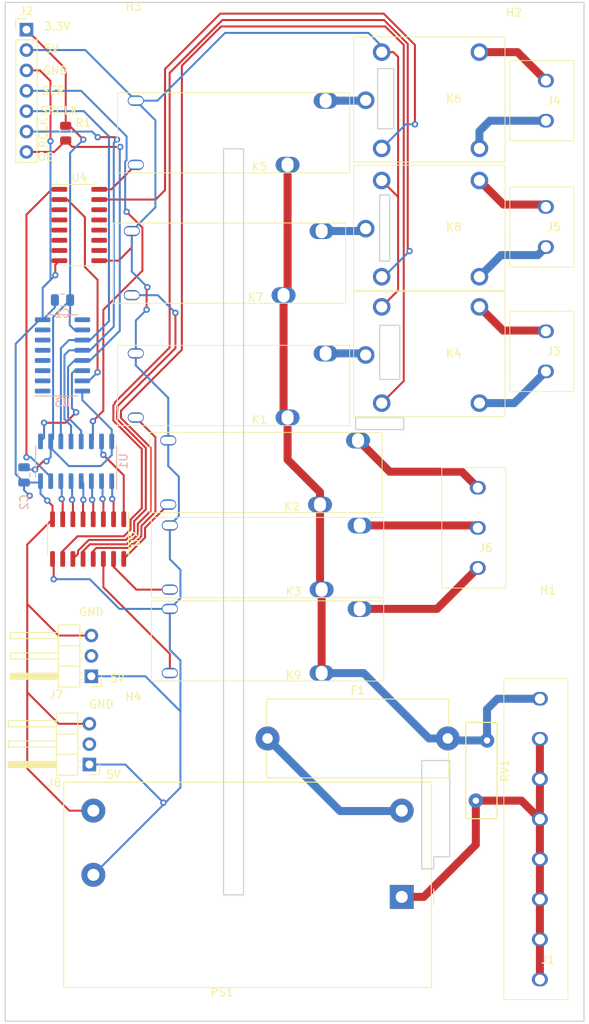
<source format=kicad_pcb>
(kicad_pcb (version 20171130) (host pcbnew 5.1.9+dfsg1-1)

  (general
    (thickness 1.6)
    (drawings 48)
    (tracks 393)
    (zones 0)
    (modules 31)
    (nets 62)
  )

  (page A4)
  (layers
    (0 F.Cu signal)
    (31 B.Cu signal hide)
    (32 B.Adhes user)
    (33 F.Adhes user)
    (34 B.Paste user)
    (35 F.Paste user)
    (36 B.SilkS user)
    (37 F.SilkS user)
    (38 B.Mask user)
    (39 F.Mask user)
    (40 Dwgs.User user)
    (41 Cmts.User user)
    (42 Eco1.User user)
    (43 Eco2.User user)
    (44 Edge.Cuts user)
    (45 Margin user)
    (46 B.CrtYd user)
    (47 F.CrtYd user)
    (48 B.Fab user)
    (49 F.Fab user)
  )

  (setup
    (last_trace_width 0.25)
    (user_trace_width 1)
    (trace_clearance 0.2)
    (zone_clearance 0.508)
    (zone_45_only no)
    (trace_min 0.2)
    (via_size 0.8)
    (via_drill 0.4)
    (via_min_size 0.4)
    (via_min_drill 0.3)
    (uvia_size 0.3)
    (uvia_drill 0.1)
    (uvias_allowed no)
    (uvia_min_size 0.2)
    (uvia_min_drill 0.1)
    (edge_width 0.15)
    (segment_width 0.2)
    (pcb_text_width 0.3)
    (pcb_text_size 1.5 1.5)
    (mod_edge_width 0.15)
    (mod_text_size 1 1)
    (mod_text_width 0.15)
    (pad_size 1.524 1.524)
    (pad_drill 0.762)
    (pad_to_mask_clearance 0.051)
    (aux_axis_origin 0 0)
    (visible_elements FFFFFF7F)
    (pcbplotparams
      (layerselection 0x010fc_ffffffff)
      (usegerberextensions false)
      (usegerberattributes false)
      (usegerberadvancedattributes false)
      (creategerberjobfile false)
      (excludeedgelayer true)
      (linewidth 0.100000)
      (plotframeref false)
      (viasonmask false)
      (mode 1)
      (useauxorigin false)
      (hpglpennumber 1)
      (hpglpenspeed 20)
      (hpglpendiameter 15.000000)
      (psnegative false)
      (psa4output false)
      (plotreference true)
      (plotvalue true)
      (plotinvisibletext false)
      (padsonsilk false)
      (subtractmaskfromsilk true)
      (outputformat 1)
      (mirror false)
      (drillshape 0)
      (scaleselection 1)
      (outputdirectory "/tmp/relay"))
  )

  (net 0 "")
  (net 1 L)
  (net 2 "Net-(F1-Pad1)")
  (net 3 "Net-(J1-Pad1)")
  (net 4 GND)
  (net 5 +5V)
  (net 6 +3V3)
  (net 7 "Net-(J3-Pad1)")
  (net 8 "Net-(J3-Pad2)")
  (net 9 "Net-(J4-Pad1)")
  (net 10 "Net-(J4-Pad2)")
  (net 11 "Net-(J5-Pad1)")
  (net 12 "Net-(J5-Pad2)")
  (net 13 "Net-(K1-PadA2)")
  (net 14 "Net-(K1-Pad14)")
  (net 15 "Net-(K2-PadA2)")
  (net 16 "Net-(J6-Pad1)")
  (net 17 "Net-(K3-PadA2)")
  (net 18 "Net-(J6-Pad2)")
  (net 19 "Net-(K4-PadA2)")
  (net 20 "Net-(K5-PadA2)")
  (net 21 "Net-(K5-Pad14)")
  (net 22 "Net-(K6-PadA2)")
  (net 23 "Net-(K7-PadA2)")
  (net 24 "Net-(K7-Pad14)")
  (net 25 "Net-(K8-PadA2)")
  (net 26 "Net-(K9-PadA2)")
  (net 27 "Net-(J6-Pad3)")
  (net 28 "Net-(U1-Pad15)")
  (net 29 "Net-(U1-Pad9)")
  (net 30 "Net-(U1-Pad7)")
  (net 31 "Net-(U1-Pad6)")
  (net 32 "Net-(U1-Pad5)")
  (net 33 "Net-(U1-Pad4)")
  (net 34 "Net-(U1-Pad3)")
  (net 35 "Net-(U1-Pad2)")
  (net 36 "Net-(U1-Pad1)")
  (net 37 "Net-(U3-Pad15)")
  (net 38 "Net-(U3-Pad9)")
  (net 39 "Net-(U3-Pad7)")
  (net 40 "Net-(U3-Pad6)")
  (net 41 "Net-(U3-Pad5)")
  (net 42 "Net-(U3-Pad4)")
  (net 43 "Net-(U3-Pad3)")
  (net 44 "Net-(U3-Pad2)")
  (net 45 "Net-(U3-Pad1)")
  (net 46 "Net-(U4-Pad14)")
  (net 47 "Net-(U4-Pad13)")
  (net 48 "Net-(U4-Pad12)")
  (net 49 "Net-(U4-Pad11)")
  (net 50 "Net-(U4-Pad10)")
  (net 51 "Net-(U4-Pad7)")
  (net 52 "Net-(U4-Pad6)")
  (net 53 "Net-(U4-Pad5)")
  (net 54 "Net-(U4-Pad4)")
  (net 55 "Net-(U4-Pad3)")
  (net 56 /OE)
  (net 57 /RCLK)
  (net 58 /SRCLK)
  (net 59 /SER)
  (net 60 "Net-(J7-Pad2)")
  (net 61 "Net-(J8-Pad2)")

  (net_class Default "This is the default net class."
    (clearance 0.2)
    (trace_width 0.25)
    (via_dia 0.8)
    (via_drill 0.4)
    (uvia_dia 0.3)
    (uvia_drill 0.1)
    (add_net +3V3)
    (add_net +5V)
    (add_net /OE)
    (add_net /RCLK)
    (add_net /SER)
    (add_net /SRCLK)
    (add_net GND)
    (add_net L)
    (add_net "Net-(F1-Pad1)")
    (add_net "Net-(J1-Pad1)")
    (add_net "Net-(J3-Pad1)")
    (add_net "Net-(J3-Pad2)")
    (add_net "Net-(J4-Pad1)")
    (add_net "Net-(J4-Pad2)")
    (add_net "Net-(J5-Pad1)")
    (add_net "Net-(J5-Pad2)")
    (add_net "Net-(J6-Pad1)")
    (add_net "Net-(J6-Pad2)")
    (add_net "Net-(J6-Pad3)")
    (add_net "Net-(J7-Pad2)")
    (add_net "Net-(J8-Pad2)")
    (add_net "Net-(K1-Pad14)")
    (add_net "Net-(K1-PadA2)")
    (add_net "Net-(K2-PadA2)")
    (add_net "Net-(K3-PadA2)")
    (add_net "Net-(K4-PadA2)")
    (add_net "Net-(K5-Pad14)")
    (add_net "Net-(K5-PadA2)")
    (add_net "Net-(K6-PadA2)")
    (add_net "Net-(K7-Pad14)")
    (add_net "Net-(K7-PadA2)")
    (add_net "Net-(K8-PadA2)")
    (add_net "Net-(K9-PadA2)")
    (add_net "Net-(U1-Pad1)")
    (add_net "Net-(U1-Pad15)")
    (add_net "Net-(U1-Pad2)")
    (add_net "Net-(U1-Pad3)")
    (add_net "Net-(U1-Pad4)")
    (add_net "Net-(U1-Pad5)")
    (add_net "Net-(U1-Pad6)")
    (add_net "Net-(U1-Pad7)")
    (add_net "Net-(U1-Pad9)")
    (add_net "Net-(U3-Pad1)")
    (add_net "Net-(U3-Pad15)")
    (add_net "Net-(U3-Pad2)")
    (add_net "Net-(U3-Pad3)")
    (add_net "Net-(U3-Pad4)")
    (add_net "Net-(U3-Pad5)")
    (add_net "Net-(U3-Pad6)")
    (add_net "Net-(U3-Pad7)")
    (add_net "Net-(U3-Pad9)")
    (add_net "Net-(U4-Pad10)")
    (add_net "Net-(U4-Pad11)")
    (add_net "Net-(U4-Pad12)")
    (add_net "Net-(U4-Pad13)")
    (add_net "Net-(U4-Pad14)")
    (add_net "Net-(U4-Pad3)")
    (add_net "Net-(U4-Pad4)")
    (add_net "Net-(U4-Pad5)")
    (add_net "Net-(U4-Pad6)")
    (add_net "Net-(U4-Pad7)")
  )

  (net_class 220V ""
    (clearance 1.5)
    (trace_width 3)
    (via_dia 0.8)
    (via_drill 0.4)
    (uvia_dia 0.3)
    (uvia_drill 0.1)
  )

  (net_class default_ ""
    (clearance 0.2)
    (trace_width 0.25)
    (via_dia 0.8)
    (via_drill 0.4)
    (uvia_dia 0.3)
    (uvia_drill 0.1)
  )

  (module Connector_PinHeader_2.54mm:PinHeader_1x03_P2.54mm_Horizontal (layer F.Cu) (tedit 59FED5CB) (tstamp 608423E4)
    (at 83.5 106.5 180)
    (descr "Through hole angled pin header, 1x03, 2.54mm pitch, 6mm pin length, single row")
    (tags "Through hole angled pin header THT 1x03 2.54mm single row")
    (path /60AAA62A)
    (fp_text reference J7 (at 4.385 -2.27) (layer F.SilkS)
      (effects (font (size 1 1) (thickness 0.15)))
    )
    (fp_text value Conn_01x03_Male (at 4.385 7.35) (layer F.Fab)
      (effects (font (size 1 1) (thickness 0.15)))
    )
    (fp_line (start 2.135 -1.27) (end 4.04 -1.27) (layer F.Fab) (width 0.1))
    (fp_line (start 4.04 -1.27) (end 4.04 6.35) (layer F.Fab) (width 0.1))
    (fp_line (start 4.04 6.35) (end 1.5 6.35) (layer F.Fab) (width 0.1))
    (fp_line (start 1.5 6.35) (end 1.5 -0.635) (layer F.Fab) (width 0.1))
    (fp_line (start 1.5 -0.635) (end 2.135 -1.27) (layer F.Fab) (width 0.1))
    (fp_line (start -0.32 -0.32) (end 1.5 -0.32) (layer F.Fab) (width 0.1))
    (fp_line (start -0.32 -0.32) (end -0.32 0.32) (layer F.Fab) (width 0.1))
    (fp_line (start -0.32 0.32) (end 1.5 0.32) (layer F.Fab) (width 0.1))
    (fp_line (start 4.04 -0.32) (end 10.04 -0.32) (layer F.Fab) (width 0.1))
    (fp_line (start 10.04 -0.32) (end 10.04 0.32) (layer F.Fab) (width 0.1))
    (fp_line (start 4.04 0.32) (end 10.04 0.32) (layer F.Fab) (width 0.1))
    (fp_line (start -0.32 2.22) (end 1.5 2.22) (layer F.Fab) (width 0.1))
    (fp_line (start -0.32 2.22) (end -0.32 2.86) (layer F.Fab) (width 0.1))
    (fp_line (start -0.32 2.86) (end 1.5 2.86) (layer F.Fab) (width 0.1))
    (fp_line (start 4.04 2.22) (end 10.04 2.22) (layer F.Fab) (width 0.1))
    (fp_line (start 10.04 2.22) (end 10.04 2.86) (layer F.Fab) (width 0.1))
    (fp_line (start 4.04 2.86) (end 10.04 2.86) (layer F.Fab) (width 0.1))
    (fp_line (start -0.32 4.76) (end 1.5 4.76) (layer F.Fab) (width 0.1))
    (fp_line (start -0.32 4.76) (end -0.32 5.4) (layer F.Fab) (width 0.1))
    (fp_line (start -0.32 5.4) (end 1.5 5.4) (layer F.Fab) (width 0.1))
    (fp_line (start 4.04 4.76) (end 10.04 4.76) (layer F.Fab) (width 0.1))
    (fp_line (start 10.04 4.76) (end 10.04 5.4) (layer F.Fab) (width 0.1))
    (fp_line (start 4.04 5.4) (end 10.04 5.4) (layer F.Fab) (width 0.1))
    (fp_line (start 1.44 -1.33) (end 1.44 6.41) (layer F.SilkS) (width 0.12))
    (fp_line (start 1.44 6.41) (end 4.1 6.41) (layer F.SilkS) (width 0.12))
    (fp_line (start 4.1 6.41) (end 4.1 -1.33) (layer F.SilkS) (width 0.12))
    (fp_line (start 4.1 -1.33) (end 1.44 -1.33) (layer F.SilkS) (width 0.12))
    (fp_line (start 4.1 -0.38) (end 10.1 -0.38) (layer F.SilkS) (width 0.12))
    (fp_line (start 10.1 -0.38) (end 10.1 0.38) (layer F.SilkS) (width 0.12))
    (fp_line (start 10.1 0.38) (end 4.1 0.38) (layer F.SilkS) (width 0.12))
    (fp_line (start 4.1 -0.32) (end 10.1 -0.32) (layer F.SilkS) (width 0.12))
    (fp_line (start 4.1 -0.2) (end 10.1 -0.2) (layer F.SilkS) (width 0.12))
    (fp_line (start 4.1 -0.08) (end 10.1 -0.08) (layer F.SilkS) (width 0.12))
    (fp_line (start 4.1 0.04) (end 10.1 0.04) (layer F.SilkS) (width 0.12))
    (fp_line (start 4.1 0.16) (end 10.1 0.16) (layer F.SilkS) (width 0.12))
    (fp_line (start 4.1 0.28) (end 10.1 0.28) (layer F.SilkS) (width 0.12))
    (fp_line (start 1.11 -0.38) (end 1.44 -0.38) (layer F.SilkS) (width 0.12))
    (fp_line (start 1.11 0.38) (end 1.44 0.38) (layer F.SilkS) (width 0.12))
    (fp_line (start 1.44 1.27) (end 4.1 1.27) (layer F.SilkS) (width 0.12))
    (fp_line (start 4.1 2.16) (end 10.1 2.16) (layer F.SilkS) (width 0.12))
    (fp_line (start 10.1 2.16) (end 10.1 2.92) (layer F.SilkS) (width 0.12))
    (fp_line (start 10.1 2.92) (end 4.1 2.92) (layer F.SilkS) (width 0.12))
    (fp_line (start 1.042929 2.16) (end 1.44 2.16) (layer F.SilkS) (width 0.12))
    (fp_line (start 1.042929 2.92) (end 1.44 2.92) (layer F.SilkS) (width 0.12))
    (fp_line (start 1.44 3.81) (end 4.1 3.81) (layer F.SilkS) (width 0.12))
    (fp_line (start 4.1 4.7) (end 10.1 4.7) (layer F.SilkS) (width 0.12))
    (fp_line (start 10.1 4.7) (end 10.1 5.46) (layer F.SilkS) (width 0.12))
    (fp_line (start 10.1 5.46) (end 4.1 5.46) (layer F.SilkS) (width 0.12))
    (fp_line (start 1.042929 4.7) (end 1.44 4.7) (layer F.SilkS) (width 0.12))
    (fp_line (start 1.042929 5.46) (end 1.44 5.46) (layer F.SilkS) (width 0.12))
    (fp_line (start -1.27 0) (end -1.27 -1.27) (layer F.SilkS) (width 0.12))
    (fp_line (start -1.27 -1.27) (end 0 -1.27) (layer F.SilkS) (width 0.12))
    (fp_line (start -1.8 -1.8) (end -1.8 6.85) (layer F.CrtYd) (width 0.05))
    (fp_line (start -1.8 6.85) (end 10.55 6.85) (layer F.CrtYd) (width 0.05))
    (fp_line (start 10.55 6.85) (end 10.55 -1.8) (layer F.CrtYd) (width 0.05))
    (fp_line (start 10.55 -1.8) (end -1.8 -1.8) (layer F.CrtYd) (width 0.05))
    (fp_text user %R (at 2.77 2.54 90) (layer F.Fab)
      (effects (font (size 1 1) (thickness 0.15)))
    )
    (pad 3 thru_hole oval (at 0 5.08 180) (size 1.7 1.7) (drill 1) (layers *.Cu *.Mask)
      (net 4 GND))
    (pad 2 thru_hole oval (at 0 2.54 180) (size 1.7 1.7) (drill 1) (layers *.Cu *.Mask)
      (net 60 "Net-(J7-Pad2)"))
    (pad 1 thru_hole rect (at 0 0 180) (size 1.7 1.7) (drill 1) (layers *.Cu *.Mask)
      (net 5 +5V))
    (model ${KISYS3DMOD}/Connector_PinHeader_2.54mm.3dshapes/PinHeader_1x03_P2.54mm_Horizontal.wrl
      (at (xyz 0 0 0))
      (scale (xyz 1 1 1))
      (rotate (xyz 0 0 0))
    )
  )

  (module Connector_PinHeader_2.54mm:PinHeader_1x03_P2.54mm_Horizontal (layer F.Cu) (tedit 59FED5CB) (tstamp 60841199)
    (at 83.25 117.5 180)
    (descr "Through hole angled pin header, 1x03, 2.54mm pitch, 6mm pin length, single row")
    (tags "Through hole angled pin header THT 1x03 2.54mm single row")
    (path /60AC7DBB)
    (fp_text reference J8 (at 4.385 -2.27) (layer F.SilkS)
      (effects (font (size 1 1) (thickness 0.15)))
    )
    (fp_text value Conn_01x03_Male (at 4.385 7.35) (layer F.Fab)
      (effects (font (size 1 1) (thickness 0.15)))
    )
    (fp_line (start 2.135 -1.27) (end 4.04 -1.27) (layer F.Fab) (width 0.1))
    (fp_line (start 4.04 -1.27) (end 4.04 6.35) (layer F.Fab) (width 0.1))
    (fp_line (start 4.04 6.35) (end 1.5 6.35) (layer F.Fab) (width 0.1))
    (fp_line (start 1.5 6.35) (end 1.5 -0.635) (layer F.Fab) (width 0.1))
    (fp_line (start 1.5 -0.635) (end 2.135 -1.27) (layer F.Fab) (width 0.1))
    (fp_line (start -0.32 -0.32) (end 1.5 -0.32) (layer F.Fab) (width 0.1))
    (fp_line (start -0.32 -0.32) (end -0.32 0.32) (layer F.Fab) (width 0.1))
    (fp_line (start -0.32 0.32) (end 1.5 0.32) (layer F.Fab) (width 0.1))
    (fp_line (start 4.04 -0.32) (end 10.04 -0.32) (layer F.Fab) (width 0.1))
    (fp_line (start 10.04 -0.32) (end 10.04 0.32) (layer F.Fab) (width 0.1))
    (fp_line (start 4.04 0.32) (end 10.04 0.32) (layer F.Fab) (width 0.1))
    (fp_line (start -0.32 2.22) (end 1.5 2.22) (layer F.Fab) (width 0.1))
    (fp_line (start -0.32 2.22) (end -0.32 2.86) (layer F.Fab) (width 0.1))
    (fp_line (start -0.32 2.86) (end 1.5 2.86) (layer F.Fab) (width 0.1))
    (fp_line (start 4.04 2.22) (end 10.04 2.22) (layer F.Fab) (width 0.1))
    (fp_line (start 10.04 2.22) (end 10.04 2.86) (layer F.Fab) (width 0.1))
    (fp_line (start 4.04 2.86) (end 10.04 2.86) (layer F.Fab) (width 0.1))
    (fp_line (start -0.32 4.76) (end 1.5 4.76) (layer F.Fab) (width 0.1))
    (fp_line (start -0.32 4.76) (end -0.32 5.4) (layer F.Fab) (width 0.1))
    (fp_line (start -0.32 5.4) (end 1.5 5.4) (layer F.Fab) (width 0.1))
    (fp_line (start 4.04 4.76) (end 10.04 4.76) (layer F.Fab) (width 0.1))
    (fp_line (start 10.04 4.76) (end 10.04 5.4) (layer F.Fab) (width 0.1))
    (fp_line (start 4.04 5.4) (end 10.04 5.4) (layer F.Fab) (width 0.1))
    (fp_line (start 1.44 -1.33) (end 1.44 6.41) (layer F.SilkS) (width 0.12))
    (fp_line (start 1.44 6.41) (end 4.1 6.41) (layer F.SilkS) (width 0.12))
    (fp_line (start 4.1 6.41) (end 4.1 -1.33) (layer F.SilkS) (width 0.12))
    (fp_line (start 4.1 -1.33) (end 1.44 -1.33) (layer F.SilkS) (width 0.12))
    (fp_line (start 4.1 -0.38) (end 10.1 -0.38) (layer F.SilkS) (width 0.12))
    (fp_line (start 10.1 -0.38) (end 10.1 0.38) (layer F.SilkS) (width 0.12))
    (fp_line (start 10.1 0.38) (end 4.1 0.38) (layer F.SilkS) (width 0.12))
    (fp_line (start 4.1 -0.32) (end 10.1 -0.32) (layer F.SilkS) (width 0.12))
    (fp_line (start 4.1 -0.2) (end 10.1 -0.2) (layer F.SilkS) (width 0.12))
    (fp_line (start 4.1 -0.08) (end 10.1 -0.08) (layer F.SilkS) (width 0.12))
    (fp_line (start 4.1 0.04) (end 10.1 0.04) (layer F.SilkS) (width 0.12))
    (fp_line (start 4.1 0.16) (end 10.1 0.16) (layer F.SilkS) (width 0.12))
    (fp_line (start 4.1 0.28) (end 10.1 0.28) (layer F.SilkS) (width 0.12))
    (fp_line (start 1.11 -0.38) (end 1.44 -0.38) (layer F.SilkS) (width 0.12))
    (fp_line (start 1.11 0.38) (end 1.44 0.38) (layer F.SilkS) (width 0.12))
    (fp_line (start 1.44 1.27) (end 4.1 1.27) (layer F.SilkS) (width 0.12))
    (fp_line (start 4.1 2.16) (end 10.1 2.16) (layer F.SilkS) (width 0.12))
    (fp_line (start 10.1 2.16) (end 10.1 2.92) (layer F.SilkS) (width 0.12))
    (fp_line (start 10.1 2.92) (end 4.1 2.92) (layer F.SilkS) (width 0.12))
    (fp_line (start 1.042929 2.16) (end 1.44 2.16) (layer F.SilkS) (width 0.12))
    (fp_line (start 1.042929 2.92) (end 1.44 2.92) (layer F.SilkS) (width 0.12))
    (fp_line (start 1.44 3.81) (end 4.1 3.81) (layer F.SilkS) (width 0.12))
    (fp_line (start 4.1 4.7) (end 10.1 4.7) (layer F.SilkS) (width 0.12))
    (fp_line (start 10.1 4.7) (end 10.1 5.46) (layer F.SilkS) (width 0.12))
    (fp_line (start 10.1 5.46) (end 4.1 5.46) (layer F.SilkS) (width 0.12))
    (fp_line (start 1.042929 4.7) (end 1.44 4.7) (layer F.SilkS) (width 0.12))
    (fp_line (start 1.042929 5.46) (end 1.44 5.46) (layer F.SilkS) (width 0.12))
    (fp_line (start -1.27 0) (end -1.27 -1.27) (layer F.SilkS) (width 0.12))
    (fp_line (start -1.27 -1.27) (end 0 -1.27) (layer F.SilkS) (width 0.12))
    (fp_line (start -1.8 -1.8) (end -1.8 6.85) (layer F.CrtYd) (width 0.05))
    (fp_line (start -1.8 6.85) (end 10.55 6.85) (layer F.CrtYd) (width 0.05))
    (fp_line (start 10.55 6.85) (end 10.55 -1.8) (layer F.CrtYd) (width 0.05))
    (fp_line (start 10.55 -1.8) (end -1.8 -1.8) (layer F.CrtYd) (width 0.05))
    (fp_text user %R (at 2.77 2.54 90) (layer F.Fab)
      (effects (font (size 1 1) (thickness 0.15)))
    )
    (pad 3 thru_hole oval (at 0 5.08 180) (size 1.7 1.7) (drill 1) (layers *.Cu *.Mask)
      (net 4 GND))
    (pad 2 thru_hole oval (at 0 2.54 180) (size 1.7 1.7) (drill 1) (layers *.Cu *.Mask)
      (net 61 "Net-(J8-Pad2)"))
    (pad 1 thru_hole rect (at 0 0 180) (size 1.7 1.7) (drill 1) (layers *.Cu *.Mask)
      (net 5 +5V))
    (model ${KISYS3DMOD}/Connector_PinHeader_2.54mm.3dshapes/PinHeader_1x03_P2.54mm_Horizontal.wrl
      (at (xyz 0 0 0))
      (scale (xyz 1 1 1))
      (rotate (xyz 0 0 0))
    )
  )

  (module MountingHole:MountingHole_3.2mm_M3 (layer F.Cu) (tedit 56D1B4CB) (tstamp 6083FEAC)
    (at 88.75 113.25)
    (descr "Mounting Hole 3.2mm, no annular, M3")
    (tags "mounting hole 3.2mm no annular m3")
    (path /60A8E701)
    (attr virtual)
    (fp_text reference H4 (at 0 -4.2) (layer F.SilkS)
      (effects (font (size 1 1) (thickness 0.15)))
    )
    (fp_text value MountingHole (at 0 4.2) (layer F.Fab)
      (effects (font (size 1 1) (thickness 0.15)))
    )
    (fp_circle (center 0 0) (end 3.45 0) (layer F.CrtYd) (width 0.05))
    (fp_circle (center 0 0) (end 3.2 0) (layer Cmts.User) (width 0.15))
    (fp_text user %R (at 0.3 0) (layer F.Fab)
      (effects (font (size 1 1) (thickness 0.15)))
    )
    (pad 1 np_thru_hole circle (at 0 0) (size 3.2 3.2) (drill 3.2) (layers *.Cu *.Mask))
  )

  (module MountingHole:MountingHole_3.2mm_M3 (layer F.Cu) (tedit 56D1B4CB) (tstamp 6083FEA4)
    (at 88.75 27.25)
    (descr "Mounting Hole 3.2mm, no annular, M3")
    (tags "mounting hole 3.2mm no annular m3")
    (path /60A8E540)
    (attr virtual)
    (fp_text reference H3 (at 0 -4.2) (layer F.SilkS)
      (effects (font (size 1 1) (thickness 0.15)))
    )
    (fp_text value MountingHole (at 0 4.2) (layer F.Fab)
      (effects (font (size 1 1) (thickness 0.15)))
    )
    (fp_circle (center 0 0) (end 3.45 0) (layer F.CrtYd) (width 0.05))
    (fp_circle (center 0 0) (end 3.2 0) (layer Cmts.User) (width 0.15))
    (fp_text user %R (at 0.3 0) (layer F.Fab)
      (effects (font (size 1 1) (thickness 0.15)))
    )
    (pad 1 np_thru_hole circle (at 0 0) (size 3.2 3.2) (drill 3.2) (layers *.Cu *.Mask))
  )

  (module MountingHole:MountingHole_3.2mm_M3 (layer F.Cu) (tedit 56D1B4CB) (tstamp 6083FE9C)
    (at 140.5 26.25)
    (descr "Mounting Hole 3.2mm, no annular, M3")
    (tags "mounting hole 3.2mm no annular m3")
    (path /60A8E302)
    (attr virtual)
    (fp_text reference H2 (at -4.25 -2.5) (layer F.SilkS)
      (effects (font (size 1 1) (thickness 0.15)))
    )
    (fp_text value MountingHole (at 0 4.2) (layer F.Fab)
      (effects (font (size 1 1) (thickness 0.15)))
    )
    (fp_circle (center 0 0) (end 3.45 0) (layer F.CrtYd) (width 0.05))
    (fp_circle (center 0 0) (end 3.2 0) (layer Cmts.User) (width 0.15))
    (fp_text user %R (at 0.3 0) (layer F.Fab)
      (effects (font (size 1 1) (thickness 0.15)))
    )
    (pad 1 np_thru_hole circle (at 0 0) (size 3.2 3.2) (drill 3.2) (layers *.Cu *.Mask))
  )

  (module MountingHole:MountingHole_3.2mm_M3 (layer F.Cu) (tedit 56D1B4CB) (tstamp 6083FE94)
    (at 140.5 100)
    (descr "Mounting Hole 3.2mm, no annular, M3")
    (tags "mounting hole 3.2mm no annular m3")
    (path /60A8DFB2)
    (attr virtual)
    (fp_text reference H1 (at 0 -4.2) (layer F.SilkS)
      (effects (font (size 1 1) (thickness 0.15)))
    )
    (fp_text value MountingHole (at 0 4.2) (layer F.Fab)
      (effects (font (size 1 1) (thickness 0.15)))
    )
    (fp_circle (center 0 0) (end 3.45 0) (layer F.CrtYd) (width 0.05))
    (fp_circle (center 0 0) (end 3.2 0) (layer Cmts.User) (width 0.15))
    (fp_text user %R (at 0.3 0) (layer F.Fab)
      (effects (font (size 1 1) (thickness 0.15)))
    )
    (pad 1 np_thru_hole circle (at 0 0) (size 3.2 3.2) (drill 3.2) (layers *.Cu *.Mask))
  )

  (module RNDs:RND_Schraubklemme_3pol (layer F.Cu) (tedit 6083077E) (tstamp 6083E86B)
    (at 131.75 93 90)
    (path /60832F2F)
    (fp_text reference J6 (at 2.5 1) (layer F.SilkS)
      (effects (font (size 1 1) (thickness 0.15)))
    )
    (fp_text value Lights (at 3 -6 90) (layer F.Fab)
      (effects (font (size 1 1) (thickness 0.15)))
    )
    (fp_line (start -2.5 -4.5) (end -2.5 0.5) (layer F.SilkS) (width 0.1))
    (fp_line (start 12.5 -4.5) (end -2.5 -4.5) (layer F.SilkS) (width 0.1))
    (fp_line (start 12.5 -4.5) (end 12.5 0) (layer F.SilkS) (width 0.1))
    (fp_line (start 10 1.5) (end 10 3) (layer F.CrtYd) (width 0.1))
    (fp_line (start 10 -3) (end 10 -4) (layer F.CrtYd) (width 0.1))
    (fp_line (start 5 -3) (end 10 -3) (layer F.CrtYd) (width 0.1))
    (fp_line (start 10 -3.5) (end 4.5 -3.5) (layer F.CrtYd) (width 0.1))
    (fp_line (start 4.5 -3.5) (end 5 -3.5) (layer F.CrtYd) (width 0.1))
    (fp_line (start 5 -3.5) (end 5 -4) (layer F.CrtYd) (width 0.1))
    (fp_line (start 5 -4) (end 10 -4) (layer F.CrtYd) (width 0.1))
    (fp_line (start 7.5 3.5) (end 12.5 3.5) (layer F.SilkS) (width 0.1))
    (fp_line (start 12.5 3.5) (end 12.5 0) (layer F.SilkS) (width 0.1))
    (fp_line (start 7.5 3.5) (end 5 3.5) (layer F.SilkS) (width 0.1))
    (fp_line (start -2.5 0) (end -2.5 3.5) (layer F.SilkS) (width 0.1))
    (fp_line (start -2.5 3.5) (end 0.5 3.5) (layer F.SilkS) (width 0.1))
    (fp_line (start 0 -3) (end 5 -3) (layer F.CrtYd) (width 0.1))
    (fp_line (start 5 -3) (end 5 -3.5) (layer F.CrtYd) (width 0.1))
    (fp_line (start 5 -3.5) (end 0 -3.5) (layer F.CrtYd) (width 0.1))
    (fp_line (start 0 -3.5) (end 0 -3) (layer F.CrtYd) (width 0.1))
    (fp_line (start 0 -3) (end 0 -4) (layer F.CrtYd) (width 0.1))
    (fp_line (start 0 -4) (end 5 -4) (layer F.CrtYd) (width 0.1))
    (fp_line (start 5 -4) (end 5 -3) (layer F.CrtYd) (width 0.1))
    (fp_line (start 0 1.5) (end 0 3) (layer F.CrtYd) (width 0.1))
    (fp_line (start 5 1.5) (end 5 3) (layer F.CrtYd) (width 0.1))
    (fp_line (start 0 3.5) (end 5 3.5) (layer F.SilkS) (width 0.1))
    (pad 3 thru_hole oval (at 10 0 90) (size 1.7 2) (drill 1.25) (layers *.Cu *.Mask)
      (net 27 "Net-(J6-Pad3)"))
    (pad 2 thru_hole oval (at 5 0 90) (size 1.7 2) (drill 1.25) (layers *.Cu *.Mask)
      (net 18 "Net-(J6-Pad2)"))
    (pad 1 thru_hole oval (at 0 0 90) (size 1.7 2) (drill 1.25) (layers *.Cu *.Mask)
      (net 16 "Net-(J6-Pad1)"))
  )

  (module RNDs:RND_Schraubklemme_8pol (layer F.Cu) (tedit 5BD3364F) (tstamp 6083AD5A)
    (at 139.5 144.3 90)
    (path /60A12F99)
    (fp_text reference J1 (at 2.5 1) (layer F.SilkS)
      (effects (font (size 1 1) (thickness 0.15)))
    )
    (fp_text value Screw_Terminal_01x08 (at 3 -6 90) (layer F.Fab)
      (effects (font (size 1 1) (thickness 0.15)))
    )
    (fp_line (start 0 3.5) (end 5 3.5) (layer F.SilkS) (width 0.1))
    (fp_line (start 5 1.5) (end 5 3) (layer F.CrtYd) (width 0.1))
    (fp_line (start 0 1.5) (end 0 3) (layer F.CrtYd) (width 0.1))
    (fp_line (start 5 -4) (end 5 -3) (layer F.CrtYd) (width 0.1))
    (fp_line (start 0 -4) (end 5 -4) (layer F.CrtYd) (width 0.1))
    (fp_line (start 0 -3) (end 0 -4) (layer F.CrtYd) (width 0.1))
    (fp_line (start 0 -3.5) (end 0 -3) (layer F.CrtYd) (width 0.1))
    (fp_line (start 5 -3.5) (end 0 -3.5) (layer F.CrtYd) (width 0.1))
    (fp_line (start 5 -3) (end 5 -3.5) (layer F.CrtYd) (width 0.1))
    (fp_line (start 0 -3) (end 5 -3) (layer F.CrtYd) (width 0.1))
    (fp_line (start -2.5 3.5) (end 0.5 3.5) (layer F.SilkS) (width 0.1))
    (fp_line (start -2.5 0) (end -2.5 3.5) (layer F.SilkS) (width 0.1))
    (fp_line (start 7.5 3.5) (end 5 3.5) (layer F.SilkS) (width 0.1))
    (fp_line (start 7.5 3.5) (end 22.5 3.5) (layer F.SilkS) (width 0.1))
    (fp_line (start 20 -4) (end 20 -3) (layer F.CrtYd) (width 0.1))
    (fp_line (start 5 -4) (end 20 -4) (layer F.CrtYd) (width 0.1))
    (fp_line (start 5 -3.5) (end 5 -4) (layer F.CrtYd) (width 0.1))
    (fp_line (start 4.5 -3.5) (end 5 -3.5) (layer F.CrtYd) (width 0.1))
    (fp_line (start 20 -3.5) (end 4.5 -3.5) (layer F.CrtYd) (width 0.1))
    (fp_line (start 20 -3) (end 20 -3.5) (layer F.CrtYd) (width 0.1))
    (fp_line (start 5 -3) (end 20 -3) (layer F.CrtYd) (width 0.1))
    (fp_line (start 10 -3) (end 10 -4) (layer F.CrtYd) (width 0.1))
    (fp_line (start 15 -3) (end 15 -4) (layer F.CrtYd) (width 0.1))
    (fp_line (start 10 1.5) (end 10 3) (layer F.CrtYd) (width 0.1))
    (fp_line (start 15 1.5) (end 15 3) (layer F.CrtYd) (width 0.1))
    (fp_line (start 20 1.5) (end 20 3) (layer F.CrtYd) (width 0.1))
    (fp_line (start 10 -4.5) (end 22.5 -4.5) (layer F.SilkS) (width 0.1))
    (fp_line (start 10 -4.5) (end -2.5 -4.5) (layer F.SilkS) (width 0.1))
    (fp_line (start -2.5 -4.5) (end -2.5 0.5) (layer F.SilkS) (width 0.1))
    (fp_line (start 25 1.5) (end 25 3) (layer F.CrtYd) (width 0.1))
    (fp_line (start 27.5 -4.5) (end 22.5 -4.5) (layer F.SilkS) (width 0.1))
    (fp_line (start 27.5 3.5) (end 22 3.5) (layer F.SilkS) (width 0.1))
    (fp_line (start 20 -3.5) (end 25 -3.5) (layer F.CrtYd) (width 0.1))
    (fp_line (start 20 -3) (end 20 -3.5) (layer F.CrtYd) (width 0.1))
    (fp_line (start 25 -3) (end 20 -3) (layer F.CrtYd) (width 0.1))
    (fp_line (start 25 -4) (end 25 -3) (layer F.CrtYd) (width 0.1))
    (fp_line (start 20 -4) (end 25 -4) (layer F.CrtYd) (width 0.1))
    (fp_line (start 37.5 -4.5) (end 27 -4.5) (layer F.SilkS) (width 0.1))
    (fp_line (start 37.5 0) (end 37.5 -4.5) (layer F.SilkS) (width 0.1))
    (fp_line (start 37.5 3.5) (end 27 3.5) (layer F.SilkS) (width 0.1))
    (fp_line (start 37.5 0) (end 37.5 3.5) (layer F.SilkS) (width 0.1))
    (fp_line (start 30 -3.5) (end 35 -3.5) (layer F.CrtYd) (width 0.1))
    (fp_line (start 30 -4) (end 30 -3.5) (layer F.CrtYd) (width 0.1))
    (fp_line (start 30 -3) (end 30 -4) (layer F.CrtYd) (width 0.1))
    (fp_line (start 30 -3.5) (end 30 -3) (layer F.CrtYd) (width 0.1))
    (fp_line (start 25 -3.5) (end 30 -3.5) (layer F.CrtYd) (width 0.1))
    (fp_line (start 25 -4) (end 25 -3.5) (layer F.CrtYd) (width 0.1))
    (fp_line (start 35 -4) (end 25 -4) (layer F.CrtYd) (width 0.1))
    (fp_line (start 35 -3) (end 35 -4) (layer F.CrtYd) (width 0.1))
    (fp_line (start 25 -3) (end 35 -3) (layer F.CrtYd) (width 0.1))
    (fp_line (start 30 1.5) (end 30 3) (layer F.CrtYd) (width 0.1))
    (fp_line (start 35 1.5) (end 35 3) (layer F.CrtYd) (width 0.1))
    (pad 1 thru_hole oval (at 0 0 90) (size 1.7 2) (drill 1.25) (layers *.Cu *.Mask)
      (net 3 "Net-(J1-Pad1)"))
    (pad 2 thru_hole oval (at 5 0 90) (size 1.7 2) (drill 1.25) (layers *.Cu *.Mask)
      (net 3 "Net-(J1-Pad1)"))
    (pad 3 thru_hole oval (at 10 0 90) (size 1.7 2) (drill 1.25) (layers *.Cu *.Mask)
      (net 3 "Net-(J1-Pad1)"))
    (pad 4 thru_hole oval (at 15 0 90) (size 1.7 2) (drill 1.25) (layers *.Cu *.Mask)
      (net 3 "Net-(J1-Pad1)"))
    (pad 5 thru_hole oval (at 20 0 90) (size 1.7 2) (drill 1.25) (layers *.Cu *.Mask)
      (net 3 "Net-(J1-Pad1)"))
    (pad 6 thru_hole oval (at 25 0 90) (size 1.7 2) (drill 1.25) (layers *.Cu *.Mask)
      (net 3 "Net-(J1-Pad1)"))
    (pad 7 thru_hole oval (at 30 0 90) (size 1.7 2) (drill 1.25) (layers *.Cu *.Mask)
      (net 3 "Net-(J1-Pad1)"))
    (pad 8 thru_hole oval (at 35 0 90) (size 1.7 2) (drill 1.25) (layers *.Cu *.Mask)
      (net 1 L))
  )

  (module Resistor_SMD:R_0805_2012Metric (layer F.Cu) (tedit 5F68FEEE) (tstamp 60837304)
    (at 80.3 38.8 90)
    (descr "Resistor SMD 0805 (2012 Metric), square (rectangular) end terminal, IPC_7351 nominal, (Body size source: IPC-SM-782 page 72, https://www.pcb-3d.com/wordpress/wp-content/uploads/ipc-sm-782a_amendment_1_and_2.pdf), generated with kicad-footprint-generator")
    (tags resistor)
    (path /5C4AE9C6)
    (attr smd)
    (fp_text reference R1 (at 1.3 2.2 180) (layer F.SilkS)
      (effects (font (size 1 1) (thickness 0.15)))
    )
    (fp_text value 10k (at 0 1.65 90) (layer F.Fab)
      (effects (font (size 1 1) (thickness 0.15)))
    )
    (fp_line (start 1.68 0.95) (end -1.68 0.95) (layer F.CrtYd) (width 0.05))
    (fp_line (start 1.68 -0.95) (end 1.68 0.95) (layer F.CrtYd) (width 0.05))
    (fp_line (start -1.68 -0.95) (end 1.68 -0.95) (layer F.CrtYd) (width 0.05))
    (fp_line (start -1.68 0.95) (end -1.68 -0.95) (layer F.CrtYd) (width 0.05))
    (fp_line (start -0.227064 0.735) (end 0.227064 0.735) (layer F.SilkS) (width 0.12))
    (fp_line (start -0.227064 -0.735) (end 0.227064 -0.735) (layer F.SilkS) (width 0.12))
    (fp_line (start 1 0.625) (end -1 0.625) (layer F.Fab) (width 0.1))
    (fp_line (start 1 -0.625) (end 1 0.625) (layer F.Fab) (width 0.1))
    (fp_line (start -1 -0.625) (end 1 -0.625) (layer F.Fab) (width 0.1))
    (fp_line (start -1 0.625) (end -1 -0.625) (layer F.Fab) (width 0.1))
    (fp_text user %R (at 0 0 90) (layer F.Fab)
      (effects (font (size 0.5 0.5) (thickness 0.08)))
    )
    (pad 2 smd roundrect (at 0.9125 0 90) (size 1.025 1.4) (layers F.Cu F.Paste F.Mask) (roundrect_rratio 0.2439004878048781)
      (net 6 +3V3))
    (pad 1 smd roundrect (at -0.9125 0 90) (size 1.025 1.4) (layers F.Cu F.Paste F.Mask) (roundrect_rratio 0.2439004878048781)
      (net 56 /OE))
    (model ${KISYS3DMOD}/Resistor_SMD.3dshapes/R_0805_2012Metric.wrl
      (at (xyz 0 0 0))
      (scale (xyz 1 1 1))
      (rotate (xyz 0 0 0))
    )
  )

  (module Converter_ACDC:Converter_ACDC_MeanWell_IRM-10-xx_THT (layer F.Cu) (tedit 5AEF7CE2) (tstamp 60835326)
    (at 122.25 134 180)
    (descr http://www.meanwell.com/webapp/product/search.aspx?prod=IRM-10)
    (tags "ACDC-Converter 10W   Meanwell IRM-10")
    (path /609BBEA5)
    (fp_text reference PS1 (at 22.42 -11.88) (layer F.SilkS)
      (effects (font (size 1 1) (thickness 0.15)))
    )
    (fp_text value IRM-10-5 (at 21 15.7) (layer F.Fab)
      (effects (font (size 1 1) (thickness 0.15)))
    )
    (fp_line (start -3.6 1) (end -2.6 0) (layer F.Fab) (width 0.1))
    (fp_line (start -3.6 -1) (end -2.6 0) (layer F.Fab) (width 0.1))
    (fp_line (start 42.35 -11.45) (end 42.35 14.45) (layer F.CrtYd) (width 0.05))
    (fp_line (start -3.85 -11.45) (end 42.35 -11.45) (layer F.CrtYd) (width 0.05))
    (fp_line (start -3.85 14.45) (end 42.35 14.45) (layer F.CrtYd) (width 0.05))
    (fp_line (start 42.1 -11.2) (end 42.1 14.2) (layer F.Fab) (width 0.1))
    (fp_line (start -3.7 -11.3) (end -3.7 14.3) (layer F.SilkS) (width 0.12))
    (fp_line (start -3.7 14.3) (end 42.2 14.3) (layer F.SilkS) (width 0.12))
    (fp_line (start -3.6 -11.2) (end -3.6 14.2) (layer F.Fab) (width 0.1))
    (fp_line (start -3.85 -11.45) (end -3.85 14.45) (layer F.CrtYd) (width 0.05))
    (fp_line (start 42.1 -11.2) (end -3.6 -11.2) (layer F.Fab) (width 0.1))
    (fp_line (start -3.6 14.2) (end 42.1 14.2) (layer F.Fab) (width 0.1))
    (fp_line (start -3.7 -11.3) (end 42.2 -11.3) (layer F.SilkS) (width 0.12))
    (fp_line (start 42.2 -11.3) (end 42.2 14.3) (layer F.SilkS) (width 0.12))
    (fp_line (start -4 -1) (end -4 1) (layer F.SilkS) (width 0.12))
    (fp_text user %R (at 22.42 0.48) (layer F.Fab)
      (effects (font (size 1 1) (thickness 0.15)))
    )
    (pad 1 thru_hole rect (at 0 0 180) (size 3 3) (drill 1.5) (layers *.Cu *.Mask)
      (net 3 "Net-(J1-Pad1)"))
    (pad 4 thru_hole circle (at 38.5 2.75 180) (size 3 3) (drill 1.5) (layers *.Cu *.Mask)
      (net 5 +5V))
    (pad 2 thru_hole circle (at 0 10.75 180) (size 3 3) (drill 1.5) (layers *.Cu *.Mask)
      (net 2 "Net-(F1-Pad1)"))
    (pad 3 thru_hole circle (at 38.5 10.75 180) (size 3 3) (drill 1.5) (layers *.Cu *.Mask)
      (net 4 GND))
    (model ${KISYS3DMOD}/Converter_ACDC.3dshapes/Converter_ACDC_MeanWell-IRM-10-xx_THT.wrl
      (at (xyz 0 0 0))
      (scale (xyz 1 1 1))
      (rotate (xyz 0 0 0))
    )
  )

  (module Capacitor_SMD:C_0805_2012Metric (layer B.Cu) (tedit 5F68FEEE) (tstamp 60833AE4)
    (at 75.1 81.4 90)
    (descr "Capacitor SMD 0805 (2012 Metric), square (rectangular) end terminal, IPC_7351 nominal, (Body size source: IPC-SM-782 page 76, https://www.pcb-3d.com/wordpress/wp-content/uploads/ipc-sm-782a_amendment_1_and_2.pdf, https://docs.google.com/spreadsheets/d/1BsfQQcO9C6DZCsRaXUlFlo91Tg2WpOkGARC1WS5S8t0/edit?usp=sharing), generated with kicad-footprint-generator")
    (tags capacitor)
    (path /608EF8D0)
    (attr smd)
    (fp_text reference C2 (at -3.4 0 90) (layer B.SilkS)
      (effects (font (size 1 1) (thickness 0.15)) (justify mirror))
    )
    (fp_text value 100nf (at 0 -1.68 90) (layer B.Fab)
      (effects (font (size 1 1) (thickness 0.15)) (justify mirror))
    )
    (fp_line (start 1.7 -0.98) (end -1.7 -0.98) (layer B.CrtYd) (width 0.05))
    (fp_line (start 1.7 0.98) (end 1.7 -0.98) (layer B.CrtYd) (width 0.05))
    (fp_line (start -1.7 0.98) (end 1.7 0.98) (layer B.CrtYd) (width 0.05))
    (fp_line (start -1.7 -0.98) (end -1.7 0.98) (layer B.CrtYd) (width 0.05))
    (fp_line (start -0.261252 -0.735) (end 0.261252 -0.735) (layer B.SilkS) (width 0.12))
    (fp_line (start -0.261252 0.735) (end 0.261252 0.735) (layer B.SilkS) (width 0.12))
    (fp_line (start 1 -0.625) (end -1 -0.625) (layer B.Fab) (width 0.1))
    (fp_line (start 1 0.625) (end 1 -0.625) (layer B.Fab) (width 0.1))
    (fp_line (start -1 0.625) (end 1 0.625) (layer B.Fab) (width 0.1))
    (fp_line (start -1 -0.625) (end -1 0.625) (layer B.Fab) (width 0.1))
    (fp_text user %R (at 0 -0.25 90) (layer B.Fab)
      (effects (font (size 0.5 0.5) (thickness 0.08)) (justify mirror))
    )
    (pad 2 smd roundrect (at 0.95 0 90) (size 1 1.45) (layers B.Cu B.Paste B.Mask) (roundrect_rratio 0.25)
      (net 6 +3V3))
    (pad 1 smd roundrect (at -0.95 0 90) (size 1 1.45) (layers B.Cu B.Paste B.Mask) (roundrect_rratio 0.25)
      (net 4 GND))
    (model ${KISYS3DMOD}/Capacitor_SMD.3dshapes/C_0805_2012Metric.wrl
      (at (xyz 0 0 0))
      (scale (xyz 1 1 1))
      (rotate (xyz 0 0 0))
    )
  )

  (module Capacitor_SMD:C_0805_2012Metric (layer B.Cu) (tedit 5F68FEEE) (tstamp 60833AD3)
    (at 79.9 59.6)
    (descr "Capacitor SMD 0805 (2012 Metric), square (rectangular) end terminal, IPC_7351 nominal, (Body size source: IPC-SM-782 page 76, https://www.pcb-3d.com/wordpress/wp-content/uploads/ipc-sm-782a_amendment_1_and_2.pdf, https://docs.google.com/spreadsheets/d/1BsfQQcO9C6DZCsRaXUlFlo91Tg2WpOkGARC1WS5S8t0/edit?usp=sharing), generated with kicad-footprint-generator")
    (tags capacitor)
    (path /5C56DF9A)
    (attr smd)
    (fp_text reference C1 (at 0 1.68) (layer B.SilkS)
      (effects (font (size 1 1) (thickness 0.15)) (justify mirror))
    )
    (fp_text value 100nf (at 0 -1.68) (layer B.Fab)
      (effects (font (size 1 1) (thickness 0.15)) (justify mirror))
    )
    (fp_line (start 1.7 -0.98) (end -1.7 -0.98) (layer B.CrtYd) (width 0.05))
    (fp_line (start 1.7 0.98) (end 1.7 -0.98) (layer B.CrtYd) (width 0.05))
    (fp_line (start -1.7 0.98) (end 1.7 0.98) (layer B.CrtYd) (width 0.05))
    (fp_line (start -1.7 -0.98) (end -1.7 0.98) (layer B.CrtYd) (width 0.05))
    (fp_line (start -0.261252 -0.735) (end 0.261252 -0.735) (layer B.SilkS) (width 0.12))
    (fp_line (start -0.261252 0.735) (end 0.261252 0.735) (layer B.SilkS) (width 0.12))
    (fp_line (start 1 -0.625) (end -1 -0.625) (layer B.Fab) (width 0.1))
    (fp_line (start 1 0.625) (end 1 -0.625) (layer B.Fab) (width 0.1))
    (fp_line (start -1 0.625) (end 1 0.625) (layer B.Fab) (width 0.1))
    (fp_line (start -1 -0.625) (end -1 0.625) (layer B.Fab) (width 0.1))
    (fp_text user %R (at -32 -6.25) (layer B.Fab)
      (effects (font (size 0.5 0.5) (thickness 0.08)) (justify mirror))
    )
    (pad 2 smd roundrect (at 0.95 0) (size 1 1.45) (layers B.Cu B.Paste B.Mask) (roundrect_rratio 0.25)
      (net 6 +3V3))
    (pad 1 smd roundrect (at -0.95 0) (size 1 1.45) (layers B.Cu B.Paste B.Mask) (roundrect_rratio 0.25)
      (net 4 GND))
    (model ${KISYS3DMOD}/Capacitor_SMD.3dshapes/C_0805_2012Metric.wrl
      (at (xyz 0 0 0))
      (scale (xyz 1 1 1))
      (rotate (xyz 0 0 0))
    )
  )

  (module Package_SO:SOIC-16_3.9x9.9mm_P1.27mm (layer F.Cu) (tedit 5D9F72B1) (tstamp 6083355A)
    (at 82 50.25)
    (descr "SOIC, 16 Pin (JEDEC MS-012AC, https://www.analog.com/media/en/package-pcb-resources/package/pkg_pdf/soic_narrow-r/r_16.pdf), generated with kicad-footprint-generator ipc_gullwing_generator.py")
    (tags "SOIC SO")
    (path /608897EF)
    (attr smd)
    (fp_text reference U4 (at 0 -5.9) (layer F.SilkS)
      (effects (font (size 1 1) (thickness 0.15)))
    )
    (fp_text value ULN2003A (at 0 5.9) (layer F.Fab)
      (effects (font (size 1 1) (thickness 0.15)))
    )
    (fp_line (start 3.7 -5.2) (end -3.7 -5.2) (layer F.CrtYd) (width 0.05))
    (fp_line (start 3.7 5.2) (end 3.7 -5.2) (layer F.CrtYd) (width 0.05))
    (fp_line (start -3.7 5.2) (end 3.7 5.2) (layer F.CrtYd) (width 0.05))
    (fp_line (start -3.7 -5.2) (end -3.7 5.2) (layer F.CrtYd) (width 0.05))
    (fp_line (start -1.95 -3.975) (end -0.975 -4.95) (layer F.Fab) (width 0.1))
    (fp_line (start -1.95 4.95) (end -1.95 -3.975) (layer F.Fab) (width 0.1))
    (fp_line (start 1.95 4.95) (end -1.95 4.95) (layer F.Fab) (width 0.1))
    (fp_line (start 1.95 -4.95) (end 1.95 4.95) (layer F.Fab) (width 0.1))
    (fp_line (start -0.975 -4.95) (end 1.95 -4.95) (layer F.Fab) (width 0.1))
    (fp_line (start 0 -5.06) (end -3.45 -5.06) (layer F.SilkS) (width 0.12))
    (fp_line (start 0 -5.06) (end 1.95 -5.06) (layer F.SilkS) (width 0.12))
    (fp_line (start 0 5.06) (end -1.95 5.06) (layer F.SilkS) (width 0.12))
    (fp_line (start 0 5.06) (end 1.95 5.06) (layer F.SilkS) (width 0.12))
    (fp_text user %R (at 0 0) (layer F.Fab)
      (effects (font (size 0.98 0.98) (thickness 0.15)))
    )
    (pad 16 smd roundrect (at 2.475 -4.445) (size 1.95 0.6) (layers F.Cu F.Paste F.Mask) (roundrect_rratio 0.25)
      (net 20 "Net-(K5-PadA2)"))
    (pad 15 smd roundrect (at 2.475 -3.175) (size 1.95 0.6) (layers F.Cu F.Paste F.Mask) (roundrect_rratio 0.25)
      (net 22 "Net-(K6-PadA2)"))
    (pad 14 smd roundrect (at 2.475 -1.905) (size 1.95 0.6) (layers F.Cu F.Paste F.Mask) (roundrect_rratio 0.25)
      (net 46 "Net-(U4-Pad14)"))
    (pad 13 smd roundrect (at 2.475 -0.635) (size 1.95 0.6) (layers F.Cu F.Paste F.Mask) (roundrect_rratio 0.25)
      (net 47 "Net-(U4-Pad13)"))
    (pad 12 smd roundrect (at 2.475 0.635) (size 1.95 0.6) (layers F.Cu F.Paste F.Mask) (roundrect_rratio 0.25)
      (net 48 "Net-(U4-Pad12)"))
    (pad 11 smd roundrect (at 2.475 1.905) (size 1.95 0.6) (layers F.Cu F.Paste F.Mask) (roundrect_rratio 0.25)
      (net 49 "Net-(U4-Pad11)"))
    (pad 10 smd roundrect (at 2.475 3.175) (size 1.95 0.6) (layers F.Cu F.Paste F.Mask) (roundrect_rratio 0.25)
      (net 50 "Net-(U4-Pad10)"))
    (pad 9 smd roundrect (at 2.475 4.445) (size 1.95 0.6) (layers F.Cu F.Paste F.Mask) (roundrect_rratio 0.25)
      (net 5 +5V))
    (pad 8 smd roundrect (at -2.475 4.445) (size 1.95 0.6) (layers F.Cu F.Paste F.Mask) (roundrect_rratio 0.25)
      (net 4 GND))
    (pad 7 smd roundrect (at -2.475 3.175) (size 1.95 0.6) (layers F.Cu F.Paste F.Mask) (roundrect_rratio 0.25)
      (net 51 "Net-(U4-Pad7)"))
    (pad 6 smd roundrect (at -2.475 1.905) (size 1.95 0.6) (layers F.Cu F.Paste F.Mask) (roundrect_rratio 0.25)
      (net 52 "Net-(U4-Pad6)"))
    (pad 5 smd roundrect (at -2.475 0.635) (size 1.95 0.6) (layers F.Cu F.Paste F.Mask) (roundrect_rratio 0.25)
      (net 53 "Net-(U4-Pad5)"))
    (pad 4 smd roundrect (at -2.475 -0.635) (size 1.95 0.6) (layers F.Cu F.Paste F.Mask) (roundrect_rratio 0.25)
      (net 54 "Net-(U4-Pad4)"))
    (pad 3 smd roundrect (at -2.475 -1.905) (size 1.95 0.6) (layers F.Cu F.Paste F.Mask) (roundrect_rratio 0.25)
      (net 55 "Net-(U4-Pad3)"))
    (pad 2 smd roundrect (at -2.475 -3.175) (size 1.95 0.6) (layers F.Cu F.Paste F.Mask) (roundrect_rratio 0.25)
      (net 37 "Net-(U3-Pad15)"))
    (pad 1 smd roundrect (at -2.475 -4.445) (size 1.95 0.6) (layers F.Cu F.Paste F.Mask) (roundrect_rratio 0.25)
      (net 30 "Net-(U1-Pad7)"))
    (model ${KISYS3DMOD}/Package_SO.3dshapes/SOIC-16_3.9x9.9mm_P1.27mm.wrl
      (at (xyz 0 0 0))
      (scale (xyz 1 1 1))
      (rotate (xyz 0 0 0))
    )
  )

  (module Package_SO:SOIC-16_3.9x9.9mm_P1.27mm (layer B.Cu) (tedit 5D9F72B1) (tstamp 60833538)
    (at 79.9 66.5)
    (descr "SOIC, 16 Pin (JEDEC MS-012AC, https://www.analog.com/media/en/package-pcb-resources/package/pkg_pdf/soic_narrow-r/r_16.pdf), generated with kicad-footprint-generator ipc_gullwing_generator.py")
    (tags "SOIC SO")
    (path /608EF323)
    (attr smd)
    (fp_text reference U3 (at 0 5.9 180) (layer B.SilkS)
      (effects (font (size 1 1) (thickness 0.15)) (justify mirror))
    )
    (fp_text value 74HC595 (at 0 -5.9 180) (layer B.Fab)
      (effects (font (size 1 1) (thickness 0.15)) (justify mirror))
    )
    (fp_line (start 3.7 5.2) (end -3.7 5.2) (layer B.CrtYd) (width 0.05))
    (fp_line (start 3.7 -5.2) (end 3.7 5.2) (layer B.CrtYd) (width 0.05))
    (fp_line (start -3.7 -5.2) (end 3.7 -5.2) (layer B.CrtYd) (width 0.05))
    (fp_line (start -3.7 5.2) (end -3.7 -5.2) (layer B.CrtYd) (width 0.05))
    (fp_line (start -1.95 3.975) (end -0.975 4.95) (layer B.Fab) (width 0.1))
    (fp_line (start -1.95 -4.95) (end -1.95 3.975) (layer B.Fab) (width 0.1))
    (fp_line (start 1.95 -4.95) (end -1.95 -4.95) (layer B.Fab) (width 0.1))
    (fp_line (start 1.95 4.95) (end 1.95 -4.95) (layer B.Fab) (width 0.1))
    (fp_line (start -0.975 4.95) (end 1.95 4.95) (layer B.Fab) (width 0.1))
    (fp_line (start 0 5.06) (end -3.45 5.06) (layer B.SilkS) (width 0.12))
    (fp_line (start 0 5.06) (end 1.95 5.06) (layer B.SilkS) (width 0.12))
    (fp_line (start 0 -5.06) (end -1.95 -5.06) (layer B.SilkS) (width 0.12))
    (fp_line (start 0 -5.06) (end 1.95 -5.06) (layer B.SilkS) (width 0.12))
    (fp_text user %R (at 0 0 180) (layer B.Fab)
      (effects (font (size 0.98 0.98) (thickness 0.15)) (justify mirror))
    )
    (pad 16 smd roundrect (at 2.475 4.445) (size 1.95 0.6) (layers B.Cu B.Paste B.Mask) (roundrect_rratio 0.25)
      (net 6 +3V3))
    (pad 15 smd roundrect (at 2.475 3.175) (size 1.95 0.6) (layers B.Cu B.Paste B.Mask) (roundrect_rratio 0.25)
      (net 37 "Net-(U3-Pad15)"))
    (pad 14 smd roundrect (at 2.475 1.905) (size 1.95 0.6) (layers B.Cu B.Paste B.Mask) (roundrect_rratio 0.25)
      (net 29 "Net-(U1-Pad9)"))
    (pad 13 smd roundrect (at 2.475 0.635) (size 1.95 0.6) (layers B.Cu B.Paste B.Mask) (roundrect_rratio 0.25)
      (net 56 /OE))
    (pad 12 smd roundrect (at 2.475 -0.635) (size 1.95 0.6) (layers B.Cu B.Paste B.Mask) (roundrect_rratio 0.25)
      (net 57 /RCLK))
    (pad 11 smd roundrect (at 2.475 -1.905) (size 1.95 0.6) (layers B.Cu B.Paste B.Mask) (roundrect_rratio 0.25)
      (net 58 /SRCLK))
    (pad 10 smd roundrect (at 2.475 -3.175) (size 1.95 0.6) (layers B.Cu B.Paste B.Mask) (roundrect_rratio 0.25)
      (net 6 +3V3))
    (pad 9 smd roundrect (at 2.475 -4.445) (size 1.95 0.6) (layers B.Cu B.Paste B.Mask) (roundrect_rratio 0.25)
      (net 38 "Net-(U3-Pad9)"))
    (pad 8 smd roundrect (at -2.475 -4.445) (size 1.95 0.6) (layers B.Cu B.Paste B.Mask) (roundrect_rratio 0.25)
      (net 4 GND))
    (pad 7 smd roundrect (at -2.475 -3.175) (size 1.95 0.6) (layers B.Cu B.Paste B.Mask) (roundrect_rratio 0.25)
      (net 39 "Net-(U3-Pad7)"))
    (pad 6 smd roundrect (at -2.475 -1.905) (size 1.95 0.6) (layers B.Cu B.Paste B.Mask) (roundrect_rratio 0.25)
      (net 40 "Net-(U3-Pad6)"))
    (pad 5 smd roundrect (at -2.475 -0.635) (size 1.95 0.6) (layers B.Cu B.Paste B.Mask) (roundrect_rratio 0.25)
      (net 41 "Net-(U3-Pad5)"))
    (pad 4 smd roundrect (at -2.475 0.635) (size 1.95 0.6) (layers B.Cu B.Paste B.Mask) (roundrect_rratio 0.25)
      (net 42 "Net-(U3-Pad4)"))
    (pad 3 smd roundrect (at -2.475 1.905) (size 1.95 0.6) (layers B.Cu B.Paste B.Mask) (roundrect_rratio 0.25)
      (net 43 "Net-(U3-Pad3)"))
    (pad 2 smd roundrect (at -2.475 3.175) (size 1.95 0.6) (layers B.Cu B.Paste B.Mask) (roundrect_rratio 0.25)
      (net 44 "Net-(U3-Pad2)"))
    (pad 1 smd roundrect (at -2.475 4.445) (size 1.95 0.6) (layers B.Cu B.Paste B.Mask) (roundrect_rratio 0.25)
      (net 45 "Net-(U3-Pad1)"))
    (model ${KISYS3DMOD}/Package_SO.3dshapes/SOIC-16_3.9x9.9mm_P1.27mm.wrl
      (at (xyz 0 0 0))
      (scale (xyz 1 1 1))
      (rotate (xyz 0 0 0))
    )
  )

  (module Package_SO:SOIC-16_3.9x9.9mm_P1.27mm (layer F.Cu) (tedit 5D9F72B1) (tstamp 60833516)
    (at 83.1 89.4 270)
    (descr "SOIC, 16 Pin (JEDEC MS-012AC, https://www.analog.com/media/en/package-pcb-resources/package/pkg_pdf/soic_narrow-r/r_16.pdf), generated with kicad-footprint-generator ipc_gullwing_generator.py")
    (tags "SOIC SO")
    (path /5C4A16CD)
    (attr smd)
    (fp_text reference U2 (at 0 -5.9 90) (layer F.SilkS)
      (effects (font (size 1 1) (thickness 0.15)))
    )
    (fp_text value ULN2003A (at 0 5.9 90) (layer F.Fab)
      (effects (font (size 1 1) (thickness 0.15)))
    )
    (fp_line (start 3.7 -5.2) (end -3.7 -5.2) (layer F.CrtYd) (width 0.05))
    (fp_line (start 3.7 5.2) (end 3.7 -5.2) (layer F.CrtYd) (width 0.05))
    (fp_line (start -3.7 5.2) (end 3.7 5.2) (layer F.CrtYd) (width 0.05))
    (fp_line (start -3.7 -5.2) (end -3.7 5.2) (layer F.CrtYd) (width 0.05))
    (fp_line (start -1.95 -3.975) (end -0.975 -4.95) (layer F.Fab) (width 0.1))
    (fp_line (start -1.95 4.95) (end -1.95 -3.975) (layer F.Fab) (width 0.1))
    (fp_line (start 1.95 4.95) (end -1.95 4.95) (layer F.Fab) (width 0.1))
    (fp_line (start 1.95 -4.95) (end 1.95 4.95) (layer F.Fab) (width 0.1))
    (fp_line (start -0.975 -4.95) (end 1.95 -4.95) (layer F.Fab) (width 0.1))
    (fp_line (start 0 -5.06) (end -3.45 -5.06) (layer F.SilkS) (width 0.12))
    (fp_line (start 0 -5.06) (end 1.95 -5.06) (layer F.SilkS) (width 0.12))
    (fp_line (start 0 5.06) (end -1.95 5.06) (layer F.SilkS) (width 0.12))
    (fp_line (start 0 5.06) (end 1.95 5.06) (layer F.SilkS) (width 0.12))
    (fp_text user %R (at 0 0 90) (layer F.Fab)
      (effects (font (size 0.98 0.98) (thickness 0.15)))
    )
    (pad 16 smd roundrect (at 2.475 -4.445 270) (size 1.95 0.6) (layers F.Cu F.Paste F.Mask) (roundrect_rratio 0.25)
      (net 15 "Net-(K2-PadA2)"))
    (pad 15 smd roundrect (at 2.475 -3.175 270) (size 1.95 0.6) (layers F.Cu F.Paste F.Mask) (roundrect_rratio 0.25)
      (net 17 "Net-(K3-PadA2)"))
    (pad 14 smd roundrect (at 2.475 -1.905 270) (size 1.95 0.6) (layers F.Cu F.Paste F.Mask) (roundrect_rratio 0.25)
      (net 26 "Net-(K9-PadA2)"))
    (pad 13 smd roundrect (at 2.475 -0.635 270) (size 1.95 0.6) (layers F.Cu F.Paste F.Mask) (roundrect_rratio 0.25)
      (net 13 "Net-(K1-PadA2)"))
    (pad 12 smd roundrect (at 2.475 0.635 270) (size 1.95 0.6) (layers F.Cu F.Paste F.Mask) (roundrect_rratio 0.25)
      (net 19 "Net-(K4-PadA2)"))
    (pad 11 smd roundrect (at 2.475 1.905 270) (size 1.95 0.6) (layers F.Cu F.Paste F.Mask) (roundrect_rratio 0.25)
      (net 23 "Net-(K7-PadA2)"))
    (pad 10 smd roundrect (at 2.475 3.175 270) (size 1.95 0.6) (layers F.Cu F.Paste F.Mask) (roundrect_rratio 0.25)
      (net 25 "Net-(K8-PadA2)"))
    (pad 9 smd roundrect (at 2.475 4.445 270) (size 1.95 0.6) (layers F.Cu F.Paste F.Mask) (roundrect_rratio 0.25)
      (net 5 +5V))
    (pad 8 smd roundrect (at -2.475 4.445 270) (size 1.95 0.6) (layers F.Cu F.Paste F.Mask) (roundrect_rratio 0.25)
      (net 4 GND))
    (pad 7 smd roundrect (at -2.475 3.175 270) (size 1.95 0.6) (layers F.Cu F.Paste F.Mask) (roundrect_rratio 0.25)
      (net 31 "Net-(U1-Pad6)"))
    (pad 6 smd roundrect (at -2.475 1.905 270) (size 1.95 0.6) (layers F.Cu F.Paste F.Mask) (roundrect_rratio 0.25)
      (net 32 "Net-(U1-Pad5)"))
    (pad 5 smd roundrect (at -2.475 0.635 270) (size 1.95 0.6) (layers F.Cu F.Paste F.Mask) (roundrect_rratio 0.25)
      (net 33 "Net-(U1-Pad4)"))
    (pad 4 smd roundrect (at -2.475 -0.635 270) (size 1.95 0.6) (layers F.Cu F.Paste F.Mask) (roundrect_rratio 0.25)
      (net 34 "Net-(U1-Pad3)"))
    (pad 3 smd roundrect (at -2.475 -1.905 270) (size 1.95 0.6) (layers F.Cu F.Paste F.Mask) (roundrect_rratio 0.25)
      (net 35 "Net-(U1-Pad2)"))
    (pad 2 smd roundrect (at -2.475 -3.175 270) (size 1.95 0.6) (layers F.Cu F.Paste F.Mask) (roundrect_rratio 0.25)
      (net 36 "Net-(U1-Pad1)"))
    (pad 1 smd roundrect (at -2.475 -4.445 270) (size 1.95 0.6) (layers F.Cu F.Paste F.Mask) (roundrect_rratio 0.25)
      (net 28 "Net-(U1-Pad15)"))
    (model ${KISYS3DMOD}/Package_SO.3dshapes/SOIC-16_3.9x9.9mm_P1.27mm.wrl
      (at (xyz 0 0 0))
      (scale (xyz 1 1 1))
      (rotate (xyz 0 0 0))
    )
  )

  (module Package_SO:SOIC-16_3.9x9.9mm_P1.27mm (layer B.Cu) (tedit 5D9F72B1) (tstamp 6083C3CA)
    (at 81.6 79.7 90)
    (descr "SOIC, 16 Pin (JEDEC MS-012AC, https://www.analog.com/media/en/package-pcb-resources/package/pkg_pdf/soic_narrow-r/r_16.pdf), generated with kicad-footprint-generator ipc_gullwing_generator.py")
    (tags "SOIC SO")
    (path /5C4A5381)
    (attr smd)
    (fp_text reference U1 (at 0 5.9 90) (layer B.SilkS)
      (effects (font (size 1 1) (thickness 0.15)) (justify mirror))
    )
    (fp_text value 74HC595 (at 0 -5.9 90) (layer B.Fab)
      (effects (font (size 1 1) (thickness 0.15)) (justify mirror))
    )
    (fp_line (start 3.7 5.2) (end -3.7 5.2) (layer B.CrtYd) (width 0.05))
    (fp_line (start 3.7 -5.2) (end 3.7 5.2) (layer B.CrtYd) (width 0.05))
    (fp_line (start -3.7 -5.2) (end 3.7 -5.2) (layer B.CrtYd) (width 0.05))
    (fp_line (start -3.7 5.2) (end -3.7 -5.2) (layer B.CrtYd) (width 0.05))
    (fp_line (start -1.95 3.975) (end -0.975 4.95) (layer B.Fab) (width 0.1))
    (fp_line (start -1.95 -4.95) (end -1.95 3.975) (layer B.Fab) (width 0.1))
    (fp_line (start 1.95 -4.95) (end -1.95 -4.95) (layer B.Fab) (width 0.1))
    (fp_line (start 1.95 4.95) (end 1.95 -4.95) (layer B.Fab) (width 0.1))
    (fp_line (start -0.975 4.95) (end 1.95 4.95) (layer B.Fab) (width 0.1))
    (fp_line (start 0 5.06) (end -3.45 5.06) (layer B.SilkS) (width 0.12))
    (fp_line (start 0 5.06) (end 1.95 5.06) (layer B.SilkS) (width 0.12))
    (fp_line (start 0 -5.06) (end -1.95 -5.06) (layer B.SilkS) (width 0.12))
    (fp_line (start 0 -5.06) (end 1.95 -5.06) (layer B.SilkS) (width 0.12))
    (fp_text user %R (at 0 0 90) (layer B.Fab)
      (effects (font (size 0.98 0.98) (thickness 0.15)) (justify mirror))
    )
    (pad 16 smd roundrect (at 2.475 4.445 90) (size 1.95 0.6) (layers B.Cu B.Paste B.Mask) (roundrect_rratio 0.25)
      (net 6 +3V3))
    (pad 15 smd roundrect (at 2.475 3.175 90) (size 1.95 0.6) (layers B.Cu B.Paste B.Mask) (roundrect_rratio 0.25)
      (net 28 "Net-(U1-Pad15)"))
    (pad 14 smd roundrect (at 2.475 1.905 90) (size 1.95 0.6) (layers B.Cu B.Paste B.Mask) (roundrect_rratio 0.25)
      (net 59 /SER))
    (pad 13 smd roundrect (at 2.475 0.635 90) (size 1.95 0.6) (layers B.Cu B.Paste B.Mask) (roundrect_rratio 0.25)
      (net 56 /OE))
    (pad 12 smd roundrect (at 2.475 -0.635 90) (size 1.95 0.6) (layers B.Cu B.Paste B.Mask) (roundrect_rratio 0.25)
      (net 57 /RCLK))
    (pad 11 smd roundrect (at 2.475 -1.905 90) (size 1.95 0.6) (layers B.Cu B.Paste B.Mask) (roundrect_rratio 0.25)
      (net 58 /SRCLK))
    (pad 10 smd roundrect (at 2.475 -3.175 90) (size 1.95 0.6) (layers B.Cu B.Paste B.Mask) (roundrect_rratio 0.25)
      (net 6 +3V3))
    (pad 9 smd roundrect (at 2.475 -4.445 90) (size 1.95 0.6) (layers B.Cu B.Paste B.Mask) (roundrect_rratio 0.25)
      (net 29 "Net-(U1-Pad9)"))
    (pad 8 smd roundrect (at -2.475 -4.445 90) (size 1.95 0.6) (layers B.Cu B.Paste B.Mask) (roundrect_rratio 0.25)
      (net 4 GND))
    (pad 7 smd roundrect (at -2.475 -3.175 90) (size 1.95 0.6) (layers B.Cu B.Paste B.Mask) (roundrect_rratio 0.25)
      (net 30 "Net-(U1-Pad7)"))
    (pad 6 smd roundrect (at -2.475 -1.905 90) (size 1.95 0.6) (layers B.Cu B.Paste B.Mask) (roundrect_rratio 0.25)
      (net 31 "Net-(U1-Pad6)"))
    (pad 5 smd roundrect (at -2.475 -0.635 90) (size 1.95 0.6) (layers B.Cu B.Paste B.Mask) (roundrect_rratio 0.25)
      (net 32 "Net-(U1-Pad5)"))
    (pad 4 smd roundrect (at -2.475 0.635 90) (size 1.95 0.6) (layers B.Cu B.Paste B.Mask) (roundrect_rratio 0.25)
      (net 33 "Net-(U1-Pad4)"))
    (pad 3 smd roundrect (at -2.475 1.905 90) (size 1.95 0.6) (layers B.Cu B.Paste B.Mask) (roundrect_rratio 0.25)
      (net 34 "Net-(U1-Pad3)"))
    (pad 2 smd roundrect (at -2.475 3.175 90) (size 1.95 0.6) (layers B.Cu B.Paste B.Mask) (roundrect_rratio 0.25)
      (net 35 "Net-(U1-Pad2)"))
    (pad 1 smd roundrect (at -2.475 4.445 90) (size 1.95 0.6) (layers B.Cu B.Paste B.Mask) (roundrect_rratio 0.25)
      (net 36 "Net-(U1-Pad1)"))
    (model ${KISYS3DMOD}/Package_SO.3dshapes/SOIC-16_3.9x9.9mm_P1.27mm.wrl
      (at (xyz 0 0 0))
      (scale (xyz 1 1 1))
      (rotate (xyz 0 0 0))
    )
  )

  (module Varistor:RV_Disc_D12mm_W3.9mm_P7.5mm (layer F.Cu) (tedit 5A0F68DF) (tstamp 608349E9)
    (at 131.5 122 90)
    (descr "Varistor, diameter 12mm, width 3.9mm, pitch 7.5mm")
    (tags "varistor SIOV")
    (path /5C4A0C92)
    (fp_text reference RV1 (at 3.75 3.65 90) (layer F.SilkS)
      (effects (font (size 1 1) (thickness 0.15)))
    )
    (fp_text value Varistor (at 3.75 -2.25 90) (layer F.Fab)
      (effects (font (size 1 1) (thickness 0.15)))
    )
    (fp_line (start -2.25 -1.25) (end -2.25 2.65) (layer F.Fab) (width 0.1))
    (fp_line (start 9.75 -1.25) (end 9.75 2.65) (layer F.Fab) (width 0.1))
    (fp_line (start -2.25 -1.25) (end 9.75 -1.25) (layer F.Fab) (width 0.1))
    (fp_line (start -2.25 2.65) (end 9.75 2.65) (layer F.Fab) (width 0.1))
    (fp_line (start -2.25 -1.25) (end -2.25 2.65) (layer F.SilkS) (width 0.15))
    (fp_line (start 9.75 -1.25) (end 9.75 2.65) (layer F.SilkS) (width 0.15))
    (fp_line (start -2.25 -1.25) (end 9.75 -1.25) (layer F.SilkS) (width 0.15))
    (fp_line (start -2.25 2.65) (end 9.75 2.65) (layer F.SilkS) (width 0.15))
    (fp_line (start -2.5 -1.5) (end -2.5 2.9) (layer F.CrtYd) (width 0.05))
    (fp_line (start 10 -1.5) (end 10 2.9) (layer F.CrtYd) (width 0.05))
    (fp_line (start -2.5 -1.5) (end 10 -1.5) (layer F.CrtYd) (width 0.05))
    (fp_line (start -2.5 2.9) (end 10 2.9) (layer F.CrtYd) (width 0.05))
    (fp_text user %R (at 3.75 0.7 90) (layer F.Fab)
      (effects (font (size 1 1) (thickness 0.15)))
    )
    (pad 2 thru_hole circle (at 7.5 1.4 90) (size 1.8 1.8) (drill 0.8) (layers *.Cu *.Mask)
      (net 1 L))
    (pad 1 thru_hole circle (at 0 0 90) (size 1.8 1.8) (drill 0.8) (layers *.Cu *.Mask)
      (net 3 "Net-(J1-Pad1)"))
    (model ${KISYS3DMOD}/Varistor.3dshapes/RV_Disc_D12mm_W3.9mm_P7.5mm.wrl
      (at (xyz 0 0 0))
      (scale (xyz 1 1 1))
      (rotate (xyz 0 0 0))
    )
  )

  (module js5mn-kt:js5mn-kt (layer F.Cu) (tedit 5BD46245) (tstamp 608334BF)
    (at 121 95.1)
    (path /60836F84)
    (fp_text reference K9 (at -12.25 11.25) (layer F.SilkS)
      (effects (font (size 1 1) (thickness 0.15)))
    )
    (fp_text value JS5MN-KT (at -22.5 7) (layer F.Fab)
      (effects (font (size 1 1) (thickness 0.15)))
    )
    (fp_line (start -30 12) (end -30 10) (layer F.SilkS) (width 0.1))
    (fp_line (start -1 12) (end -30 12) (layer F.SilkS) (width 0.1))
    (fp_line (start -1 2) (end -1 12) (layer F.SilkS) (width 0.1))
    (fp_line (start -30 2) (end -1 2) (layer F.SilkS) (width 0.1))
    (fp_line (start -30 2) (end -30 10) (layer F.SilkS) (width 0.1))
    (pad 11 thru_hole oval (at -8.75 11) (size 3 2) (drill oval 1.5 1.8) (layers *.Cu *.Mask)
      (net 1 L))
    (pad A1 thru_hole oval (at -27.7 3) (size 2 1.3) (drill oval 1.8 0.9) (layers *.Cu *.Mask)
      (net 5 +5V))
    (pad A2 thru_hole oval (at -27.7 11) (size 2 1.3) (drill oval 1.8 0.9) (layers *.Cu *.Mask)
      (net 26 "Net-(K9-PadA2)"))
    (pad 14 thru_hole oval (at -4 3) (size 3 2) (drill oval 1.5 1.8) (layers *.Cu *.Mask)
      (net 16 "Net-(J6-Pad1)"))
  )

  (module "finder-36:Finder 36.11.9" (layer F.Cu) (tedit 5A881E6A) (tstamp 608334B2)
    (at 121.75 46)
    (path /6084717E)
    (fp_text reference K8 (at 7 4.5) (layer F.SilkS)
      (effects (font (size 1 1) (thickness 0.15)))
    )
    (fp_text value FINDER-36.11 (at 7.5 -4) (layer F.Fab)
      (effects (font (size 1 1) (thickness 0.15)))
    )
    (fp_line (start -5.5 4) (end -5.5 -3) (layer F.SilkS) (width 0.1))
    (fp_line (start -5.5 12) (end -5.5 4) (layer F.SilkS) (width 0.1))
    (fp_line (start -5.5 -3.2) (end -5.5 -3) (layer F.SilkS) (width 0.1))
    (fp_line (start 13 12.4) (end 11.9 12.4) (layer F.SilkS) (width 0.1))
    (fp_line (start -5.5 -3.2) (end 13 -3.2) (layer F.SilkS) (width 0.1))
    (fp_line (start -5.5 12) (end -5.5 12.4) (layer F.SilkS) (width 0.1))
    (fp_line (start 12 12.4) (end -5.5 12.4) (layer F.SilkS) (width 0.1))
    (fp_line (start 13.2 12.4) (end 12.9 12.4) (layer F.SilkS) (width 0.1))
    (fp_line (start 13 -3.2) (end 13.2 -3.2) (layer F.SilkS) (width 0.1))
    (fp_line (start 13.4 12.4) (end 13.2 12.4) (layer F.SilkS) (width 0.1))
    (fp_line (start 13.4 -3.2) (end 13.4 12.4) (layer F.SilkS) (width 0.1))
    (fp_line (start 13.2 -3.2) (end 13.4 -3.2) (layer F.SilkS) (width 0.1))
    (pad 14 thru_hole circle (at 10.2 -1.3) (size 2.2 2.2) (drill 1.4) (layers *.Cu *.Mask)
      (net 12 "Net-(J5-Pad2)"))
    (pad A1 thru_hole circle (at -2 -1.3) (size 2.2 2.2) (drill 1.4) (layers *.Cu *.Mask)
      (net 5 +5V))
    (pad A2 thru_hole circle (at -2 10.7) (size 2.2 2.2) (drill 1.4) (layers *.Cu *.Mask)
      (net 25 "Net-(K8-PadA2)"))
    (pad 11 thru_hole circle (at -4 4.7) (size 2.2 2.2) (drill 1.4) (layers *.Cu *.Mask)
      (net 24 "Net-(K7-Pad14)"))
    (pad 12 thru_hole circle (at 10.2 10.7) (size 2.2 2.2) (drill 1.4) (layers *.Cu *.Mask)
      (net 11 "Net-(J5-Pad1)"))
  )

  (module js5mn-kt:js5mn-kt (layer F.Cu) (tedit 5BD46245) (tstamp 6083349D)
    (at 116.25 48)
    (path /60846DAB)
    (fp_text reference K7 (at -12.25 11.25) (layer F.SilkS)
      (effects (font (size 1 1) (thickness 0.15)))
    )
    (fp_text value JS5MN-KT (at -22.5 7) (layer F.Fab)
      (effects (font (size 1 1) (thickness 0.15)))
    )
    (fp_line (start -30 12) (end -30 10) (layer F.SilkS) (width 0.1))
    (fp_line (start -1 12) (end -30 12) (layer F.SilkS) (width 0.1))
    (fp_line (start -1 2) (end -1 12) (layer F.SilkS) (width 0.1))
    (fp_line (start -30 2) (end -1 2) (layer F.SilkS) (width 0.1))
    (fp_line (start -30 2) (end -30 10) (layer F.SilkS) (width 0.1))
    (pad 11 thru_hole oval (at -8.75 11) (size 3 2) (drill oval 1.5 1.8) (layers *.Cu *.Mask)
      (net 1 L))
    (pad A1 thru_hole oval (at -27.7 3) (size 2 1.3) (drill oval 1.8 0.9) (layers *.Cu *.Mask)
      (net 5 +5V))
    (pad A2 thru_hole oval (at -27.7 11) (size 2 1.3) (drill oval 1.8 0.9) (layers *.Cu *.Mask)
      (net 23 "Net-(K7-PadA2)"))
    (pad 14 thru_hole oval (at -4 3) (size 3 2) (drill oval 1.5 1.8) (layers *.Cu *.Mask)
      (net 24 "Net-(K7-Pad14)"))
  )

  (module "finder-36:Finder 36.11.9" (layer F.Cu) (tedit 5A881E6A) (tstamp 60833490)
    (at 121.75 30)
    (path /60854F05)
    (fp_text reference K6 (at 7 4.5) (layer F.SilkS)
      (effects (font (size 1 1) (thickness 0.15)))
    )
    (fp_text value FINDER-36.11 (at 7.5 -4) (layer F.Fab)
      (effects (font (size 1 1) (thickness 0.15)))
    )
    (fp_line (start -5.5 4) (end -5.5 -3) (layer F.SilkS) (width 0.1))
    (fp_line (start -5.5 12) (end -5.5 4) (layer F.SilkS) (width 0.1))
    (fp_line (start -5.5 -3.2) (end -5.5 -3) (layer F.SilkS) (width 0.1))
    (fp_line (start 13 12.4) (end 11.9 12.4) (layer F.SilkS) (width 0.1))
    (fp_line (start -5.5 -3.2) (end 13 -3.2) (layer F.SilkS) (width 0.1))
    (fp_line (start -5.5 12) (end -5.5 12.4) (layer F.SilkS) (width 0.1))
    (fp_line (start 12 12.4) (end -5.5 12.4) (layer F.SilkS) (width 0.1))
    (fp_line (start 13.2 12.4) (end 12.9 12.4) (layer F.SilkS) (width 0.1))
    (fp_line (start 13 -3.2) (end 13.2 -3.2) (layer F.SilkS) (width 0.1))
    (fp_line (start 13.4 12.4) (end 13.2 12.4) (layer F.SilkS) (width 0.1))
    (fp_line (start 13.4 -3.2) (end 13.4 12.4) (layer F.SilkS) (width 0.1))
    (fp_line (start 13.2 -3.2) (end 13.4 -3.2) (layer F.SilkS) (width 0.1))
    (pad 14 thru_hole circle (at 10.2 -1.3) (size 2.2 2.2) (drill 1.4) (layers *.Cu *.Mask)
      (net 10 "Net-(J4-Pad2)"))
    (pad A1 thru_hole circle (at -2 -1.3) (size 2.2 2.2) (drill 1.4) (layers *.Cu *.Mask)
      (net 5 +5V))
    (pad A2 thru_hole circle (at -2 10.7) (size 2.2 2.2) (drill 1.4) (layers *.Cu *.Mask)
      (net 22 "Net-(K6-PadA2)"))
    (pad 11 thru_hole circle (at -4 4.7) (size 2.2 2.2) (drill 1.4) (layers *.Cu *.Mask)
      (net 21 "Net-(K5-Pad14)"))
    (pad 12 thru_hole circle (at 10.2 10.7) (size 2.2 2.2) (drill 1.4) (layers *.Cu *.Mask)
      (net 9 "Net-(J4-Pad1)"))
  )

  (module js5mn-kt:js5mn-kt (layer F.Cu) (tedit 5BD46245) (tstamp 6083347B)
    (at 116.75 31.75)
    (path /60854EF1)
    (fp_text reference K5 (at -12.25 11.25) (layer F.SilkS)
      (effects (font (size 1 1) (thickness 0.15)))
    )
    (fp_text value JS5MN-KT (at -22.5 7) (layer F.Fab)
      (effects (font (size 1 1) (thickness 0.15)))
    )
    (fp_line (start -30 12) (end -30 10) (layer F.SilkS) (width 0.1))
    (fp_line (start -1 12) (end -30 12) (layer F.SilkS) (width 0.1))
    (fp_line (start -1 2) (end -1 12) (layer F.SilkS) (width 0.1))
    (fp_line (start -30 2) (end -1 2) (layer F.SilkS) (width 0.1))
    (fp_line (start -30 2) (end -30 10) (layer F.SilkS) (width 0.1))
    (pad 11 thru_hole oval (at -8.75 11) (size 3 2) (drill oval 1.5 1.8) (layers *.Cu *.Mask)
      (net 1 L))
    (pad A1 thru_hole oval (at -27.7 3) (size 2 1.3) (drill oval 1.8 0.9) (layers *.Cu *.Mask)
      (net 5 +5V))
    (pad A2 thru_hole oval (at -27.7 11) (size 2 1.3) (drill oval 1.8 0.9) (layers *.Cu *.Mask)
      (net 20 "Net-(K5-PadA2)"))
    (pad 14 thru_hole oval (at -4 3) (size 3 2) (drill oval 1.5 1.8) (layers *.Cu *.Mask)
      (net 21 "Net-(K5-Pad14)"))
  )

  (module "finder-36:Finder 36.11.9" (layer F.Cu) (tedit 5A881E6A) (tstamp 6083346E)
    (at 121.75 61.75)
    (path /5C4A1EBD)
    (fp_text reference K4 (at 7 4.5) (layer F.SilkS)
      (effects (font (size 1 1) (thickness 0.15)))
    )
    (fp_text value FINDER-36.11 (at 7.5 -4) (layer F.Fab)
      (effects (font (size 1 1) (thickness 0.15)))
    )
    (fp_line (start -5.5 4) (end -5.5 -3) (layer F.SilkS) (width 0.1))
    (fp_line (start -5.5 12) (end -5.5 4) (layer F.SilkS) (width 0.1))
    (fp_line (start -5.5 -3.2) (end -5.5 -3) (layer F.SilkS) (width 0.1))
    (fp_line (start 13 12.4) (end 11.9 12.4) (layer F.SilkS) (width 0.1))
    (fp_line (start -5.5 -3.2) (end 13 -3.2) (layer F.SilkS) (width 0.1))
    (fp_line (start -5.5 12) (end -5.5 12.4) (layer F.SilkS) (width 0.1))
    (fp_line (start 12 12.4) (end -5.5 12.4) (layer F.SilkS) (width 0.1))
    (fp_line (start 13.2 12.4) (end 12.9 12.4) (layer F.SilkS) (width 0.1))
    (fp_line (start 13 -3.2) (end 13.2 -3.2) (layer F.SilkS) (width 0.1))
    (fp_line (start 13.4 12.4) (end 13.2 12.4) (layer F.SilkS) (width 0.1))
    (fp_line (start 13.4 -3.2) (end 13.4 12.4) (layer F.SilkS) (width 0.1))
    (fp_line (start 13.2 -3.2) (end 13.4 -3.2) (layer F.SilkS) (width 0.1))
    (pad 14 thru_hole circle (at 10.2 -1.3) (size 2.2 2.2) (drill 1.4) (layers *.Cu *.Mask)
      (net 8 "Net-(J3-Pad2)"))
    (pad A1 thru_hole circle (at -2 -1.3) (size 2.2 2.2) (drill 1.4) (layers *.Cu *.Mask)
      (net 5 +5V))
    (pad A2 thru_hole circle (at -2 10.7) (size 2.2 2.2) (drill 1.4) (layers *.Cu *.Mask)
      (net 19 "Net-(K4-PadA2)"))
    (pad 11 thru_hole circle (at -4 4.7) (size 2.2 2.2) (drill 1.4) (layers *.Cu *.Mask)
      (net 14 "Net-(K1-Pad14)"))
    (pad 12 thru_hole circle (at 10.2 10.7) (size 2.2 2.2) (drill 1.4) (layers *.Cu *.Mask)
      (net 7 "Net-(J3-Pad1)"))
  )

  (module js5mn-kt:js5mn-kt (layer F.Cu) (tedit 5BD46245) (tstamp 60833459)
    (at 121 84.7)
    (path /5C4A0F53)
    (fp_text reference K3 (at -12.25 11.25) (layer F.SilkS)
      (effects (font (size 1 1) (thickness 0.15)))
    )
    (fp_text value JS5MN-KT (at -22.5 7) (layer F.Fab)
      (effects (font (size 1 1) (thickness 0.15)))
    )
    (fp_line (start -30 12) (end -30 10) (layer F.SilkS) (width 0.1))
    (fp_line (start -1 12) (end -30 12) (layer F.SilkS) (width 0.1))
    (fp_line (start -1 2) (end -1 12) (layer F.SilkS) (width 0.1))
    (fp_line (start -30 2) (end -1 2) (layer F.SilkS) (width 0.1))
    (fp_line (start -30 2) (end -30 10) (layer F.SilkS) (width 0.1))
    (pad 11 thru_hole oval (at -8.75 11) (size 3 2) (drill oval 1.5 1.8) (layers *.Cu *.Mask)
      (net 1 L))
    (pad A1 thru_hole oval (at -27.7 3) (size 2 1.3) (drill oval 1.8 0.9) (layers *.Cu *.Mask)
      (net 5 +5V))
    (pad A2 thru_hole oval (at -27.7 11) (size 2 1.3) (drill oval 1.8 0.9) (layers *.Cu *.Mask)
      (net 17 "Net-(K3-PadA2)"))
    (pad 14 thru_hole oval (at -4 3) (size 3 2) (drill oval 1.5 1.8) (layers *.Cu *.Mask)
      (net 18 "Net-(J6-Pad2)"))
  )

  (module js5mn-kt:js5mn-kt (layer F.Cu) (tedit 5BD46245) (tstamp 6083344C)
    (at 120.8 74.1)
    (path /5C4A0FCB)
    (fp_text reference K2 (at -12.25 11.25) (layer F.SilkS)
      (effects (font (size 1 1) (thickness 0.15)))
    )
    (fp_text value JS5MN-KT (at -22.5 7) (layer F.Fab)
      (effects (font (size 1 1) (thickness 0.15)))
    )
    (fp_line (start -30 12) (end -30 10) (layer F.SilkS) (width 0.1))
    (fp_line (start -1 12) (end -30 12) (layer F.SilkS) (width 0.1))
    (fp_line (start -1 2) (end -1 12) (layer F.SilkS) (width 0.1))
    (fp_line (start -30 2) (end -1 2) (layer F.SilkS) (width 0.1))
    (fp_line (start -30 2) (end -30 10) (layer F.SilkS) (width 0.1))
    (pad 11 thru_hole oval (at -8.75 11) (size 3 2) (drill oval 1.5 1.8) (layers *.Cu *.Mask)
      (net 1 L))
    (pad A1 thru_hole oval (at -27.7 3) (size 2 1.3) (drill oval 1.8 0.9) (layers *.Cu *.Mask)
      (net 5 +5V))
    (pad A2 thru_hole oval (at -27.7 11) (size 2 1.3) (drill oval 1.8 0.9) (layers *.Cu *.Mask)
      (net 15 "Net-(K2-PadA2)"))
    (pad 14 thru_hole oval (at -4 3) (size 3 2) (drill oval 1.5 1.8) (layers *.Cu *.Mask)
      (net 27 "Net-(J6-Pad3)"))
  )

  (module js5mn-kt:js5mn-kt (layer F.Cu) (tedit 5BD46245) (tstamp 608384B4)
    (at 116.75 63.25)
    (path /5C4A1005)
    (fp_text reference K1 (at -12.25 11.25) (layer F.SilkS)
      (effects (font (size 1 1) (thickness 0.15)))
    )
    (fp_text value JS5MN-KT (at -22.5 7) (layer F.Fab)
      (effects (font (size 1 1) (thickness 0.15)))
    )
    (fp_line (start -30 12) (end -30 10) (layer F.SilkS) (width 0.1))
    (fp_line (start -1 12) (end -30 12) (layer F.SilkS) (width 0.1))
    (fp_line (start -1 2) (end -1 12) (layer F.SilkS) (width 0.1))
    (fp_line (start -30 2) (end -1 2) (layer F.SilkS) (width 0.1))
    (fp_line (start -30 2) (end -30 10) (layer F.SilkS) (width 0.1))
    (pad 11 thru_hole oval (at -8.75 11) (size 3 2) (drill oval 1.5 1.8) (layers *.Cu *.Mask)
      (net 1 L))
    (pad A1 thru_hole oval (at -27.7 3) (size 2 1.3) (drill oval 1.8 0.9) (layers *.Cu *.Mask)
      (net 5 +5V))
    (pad A2 thru_hole oval (at -27.7 11) (size 2 1.3) (drill oval 1.8 0.9) (layers *.Cu *.Mask)
      (net 13 "Net-(K1-PadA2)"))
    (pad 14 thru_hole oval (at -4 3) (size 3 2) (drill oval 1.5 1.8) (layers *.Cu *.Mask)
      (net 14 "Net-(K1-Pad14)"))
  )

  (module RNDs:RND_Schraubklemme_2pol (layer F.Cu) (tedit 5A88B786) (tstamp 60833432)
    (at 140.25 53 90)
    (path /60847169)
    (fp_text reference J5 (at 2.5 1) (layer F.SilkS)
      (effects (font (size 1 1) (thickness 0.15)))
    )
    (fp_text value R2 (at 3 -6 90) (layer F.Fab)
      (effects (font (size 1 1) (thickness 0.15)))
    )
    (fp_line (start 0 3.5) (end 5 3.5) (layer F.SilkS) (width 0.1))
    (fp_line (start 5 1.5) (end 5 3) (layer F.CrtYd) (width 0.1))
    (fp_line (start 0 1.5) (end 0 3) (layer F.CrtYd) (width 0.1))
    (fp_line (start 5 -4) (end 5 -3) (layer F.CrtYd) (width 0.1))
    (fp_line (start 0 -4) (end 5 -4) (layer F.CrtYd) (width 0.1))
    (fp_line (start 0 -3) (end 0 -4) (layer F.CrtYd) (width 0.1))
    (fp_line (start 0 -3.5) (end 0 -3) (layer F.CrtYd) (width 0.1))
    (fp_line (start 5 -3.5) (end 0 -3.5) (layer F.CrtYd) (width 0.1))
    (fp_line (start 5 -3) (end 5 -3.5) (layer F.CrtYd) (width 0.1))
    (fp_line (start 0 -3) (end 5 -3) (layer F.CrtYd) (width 0.1))
    (fp_line (start -2.5 3.5) (end 0.5 3.5) (layer F.SilkS) (width 0.1))
    (fp_line (start -2.5 0) (end -2.5 3.5) (layer F.SilkS) (width 0.1))
    (fp_line (start 7.5 3.5) (end 5 3.5) (layer F.SilkS) (width 0.1))
    (fp_line (start 7.5 0) (end 7.5 3.5) (layer F.SilkS) (width 0.1))
    (fp_line (start 0.5 -4.5) (end 7.5 -4.5) (layer F.SilkS) (width 0.1))
    (fp_line (start 1 -4.5) (end -2.5 -4.5) (layer F.SilkS) (width 0.1))
    (fp_line (start 7.5 -4.5) (end 7.5 0) (layer F.SilkS) (width 0.1))
    (fp_line (start -2.5 -4.5) (end -2.5 0.25) (layer F.SilkS) (width 0.1))
    (pad 1 thru_hole oval (at 0 0 90) (size 1.7 2) (drill 1.25) (layers *.Cu *.Mask)
      (net 11 "Net-(J5-Pad1)"))
    (pad 2 thru_hole oval (at 5 0 90) (size 1.7 2) (drill 1.25) (layers *.Cu *.Mask)
      (net 12 "Net-(J5-Pad2)"))
  )

  (module RNDs:RND_Schraubklemme_2pol (layer F.Cu) (tedit 5A88B786) (tstamp 6083341A)
    (at 140.25 37.25 90)
    (path /60854EFB)
    (fp_text reference J4 (at 2.5 1) (layer F.SilkS)
      (effects (font (size 1 1) (thickness 0.15)))
    )
    (fp_text value R3 (at 3 -6 90) (layer F.Fab)
      (effects (font (size 1 1) (thickness 0.15)))
    )
    (fp_line (start 0 3.5) (end 5 3.5) (layer F.SilkS) (width 0.1))
    (fp_line (start 5 1.5) (end 5 3) (layer F.CrtYd) (width 0.1))
    (fp_line (start 0 1.5) (end 0 3) (layer F.CrtYd) (width 0.1))
    (fp_line (start 5 -4) (end 5 -3) (layer F.CrtYd) (width 0.1))
    (fp_line (start 0 -4) (end 5 -4) (layer F.CrtYd) (width 0.1))
    (fp_line (start 0 -3) (end 0 -4) (layer F.CrtYd) (width 0.1))
    (fp_line (start 0 -3.5) (end 0 -3) (layer F.CrtYd) (width 0.1))
    (fp_line (start 5 -3.5) (end 0 -3.5) (layer F.CrtYd) (width 0.1))
    (fp_line (start 5 -3) (end 5 -3.5) (layer F.CrtYd) (width 0.1))
    (fp_line (start 0 -3) (end 5 -3) (layer F.CrtYd) (width 0.1))
    (fp_line (start -2.5 3.5) (end 0.5 3.5) (layer F.SilkS) (width 0.1))
    (fp_line (start -2.5 0) (end -2.5 3.5) (layer F.SilkS) (width 0.1))
    (fp_line (start 7.5 3.5) (end 5 3.5) (layer F.SilkS) (width 0.1))
    (fp_line (start 7.5 0) (end 7.5 3.5) (layer F.SilkS) (width 0.1))
    (fp_line (start 0.5 -4.5) (end 7.5 -4.5) (layer F.SilkS) (width 0.1))
    (fp_line (start 1 -4.5) (end -2.5 -4.5) (layer F.SilkS) (width 0.1))
    (fp_line (start 7.5 -4.5) (end 7.5 0) (layer F.SilkS) (width 0.1))
    (fp_line (start -2.5 -4.5) (end -2.5 0.25) (layer F.SilkS) (width 0.1))
    (pad 1 thru_hole oval (at 0 0 90) (size 1.7 2) (drill 1.25) (layers *.Cu *.Mask)
      (net 9 "Net-(J4-Pad1)"))
    (pad 2 thru_hole oval (at 5 0 90) (size 1.7 2) (drill 1.25) (layers *.Cu *.Mask)
      (net 10 "Net-(J4-Pad2)"))
  )

  (module RNDs:RND_Schraubklemme_2pol (layer F.Cu) (tedit 5A88B786) (tstamp 60833402)
    (at 140.25 68.5 90)
    (path /5C4A1405)
    (fp_text reference J3 (at 2.5 1) (layer F.SilkS)
      (effects (font (size 1 1) (thickness 0.15)))
    )
    (fp_text value R1 (at 3 -6 90) (layer F.Fab)
      (effects (font (size 1 1) (thickness 0.15)))
    )
    (fp_line (start 0 3.5) (end 5 3.5) (layer F.SilkS) (width 0.1))
    (fp_line (start 5 1.5) (end 5 3) (layer F.CrtYd) (width 0.1))
    (fp_line (start 0 1.5) (end 0 3) (layer F.CrtYd) (width 0.1))
    (fp_line (start 5 -4) (end 5 -3) (layer F.CrtYd) (width 0.1))
    (fp_line (start 0 -4) (end 5 -4) (layer F.CrtYd) (width 0.1))
    (fp_line (start 0 -3) (end 0 -4) (layer F.CrtYd) (width 0.1))
    (fp_line (start 0 -3.5) (end 0 -3) (layer F.CrtYd) (width 0.1))
    (fp_line (start 5 -3.5) (end 0 -3.5) (layer F.CrtYd) (width 0.1))
    (fp_line (start 5 -3) (end 5 -3.5) (layer F.CrtYd) (width 0.1))
    (fp_line (start 0 -3) (end 5 -3) (layer F.CrtYd) (width 0.1))
    (fp_line (start -2.5 3.5) (end 0.5 3.5) (layer F.SilkS) (width 0.1))
    (fp_line (start -2.5 0) (end -2.5 3.5) (layer F.SilkS) (width 0.1))
    (fp_line (start 7.5 3.5) (end 5 3.5) (layer F.SilkS) (width 0.1))
    (fp_line (start 7.5 0) (end 7.5 3.5) (layer F.SilkS) (width 0.1))
    (fp_line (start 0.5 -4.5) (end 7.5 -4.5) (layer F.SilkS) (width 0.1))
    (fp_line (start 1 -4.5) (end -2.5 -4.5) (layer F.SilkS) (width 0.1))
    (fp_line (start 7.5 -4.5) (end 7.5 0) (layer F.SilkS) (width 0.1))
    (fp_line (start -2.5 -4.5) (end -2.5 0.25) (layer F.SilkS) (width 0.1))
    (pad 1 thru_hole oval (at 0 0 90) (size 1.7 2) (drill 1.25) (layers *.Cu *.Mask)
      (net 7 "Net-(J3-Pad1)"))
    (pad 2 thru_hole oval (at 5 0 90) (size 1.7 2) (drill 1.25) (layers *.Cu *.Mask)
      (net 8 "Net-(J3-Pad2)"))
  )

  (module Connector_PinHeader_2.54mm:PinHeader_1x07_P2.54mm_Vertical (layer F.Cu) (tedit 59FED5CC) (tstamp 608333EA)
    (at 75.4 25.9)
    (descr "Through hole straight pin header, 1x07, 2.54mm pitch, single row")
    (tags "Through hole pin header THT 1x07 2.54mm single row")
    (path /5C540D70)
    (fp_text reference J2 (at 0 -2.33) (layer F.SilkS)
      (effects (font (size 1 1) (thickness 0.15)))
    )
    (fp_text value UPLINK (at 0 17.57) (layer F.Fab)
      (effects (font (size 1 1) (thickness 0.15)))
    )
    (fp_line (start 1.8 -1.8) (end -1.8 -1.8) (layer F.CrtYd) (width 0.05))
    (fp_line (start 1.8 17.05) (end 1.8 -1.8) (layer F.CrtYd) (width 0.05))
    (fp_line (start -1.8 17.05) (end 1.8 17.05) (layer F.CrtYd) (width 0.05))
    (fp_line (start -1.8 -1.8) (end -1.8 17.05) (layer F.CrtYd) (width 0.05))
    (fp_line (start -1.33 -1.33) (end 0 -1.33) (layer F.SilkS) (width 0.12))
    (fp_line (start -1.33 0) (end -1.33 -1.33) (layer F.SilkS) (width 0.12))
    (fp_line (start -1.33 1.27) (end 1.33 1.27) (layer F.SilkS) (width 0.12))
    (fp_line (start 1.33 1.27) (end 1.33 16.57) (layer F.SilkS) (width 0.12))
    (fp_line (start -1.33 1.27) (end -1.33 16.57) (layer F.SilkS) (width 0.12))
    (fp_line (start -1.33 16.57) (end 1.33 16.57) (layer F.SilkS) (width 0.12))
    (fp_line (start -1.27 -0.635) (end -0.635 -1.27) (layer F.Fab) (width 0.1))
    (fp_line (start -1.27 16.51) (end -1.27 -0.635) (layer F.Fab) (width 0.1))
    (fp_line (start 1.27 16.51) (end -1.27 16.51) (layer F.Fab) (width 0.1))
    (fp_line (start 1.27 -1.27) (end 1.27 16.51) (layer F.Fab) (width 0.1))
    (fp_line (start -0.635 -1.27) (end 1.27 -1.27) (layer F.Fab) (width 0.1))
    (fp_text user %R (at 0 7.62 90) (layer F.Fab)
      (effects (font (size 1 1) (thickness 0.15)))
    )
    (pad 7 thru_hole oval (at 0 15.24) (size 1.7 1.7) (drill 1) (layers *.Cu *.Mask)
      (net 56 /OE))
    (pad 6 thru_hole oval (at 0 12.7) (size 1.7 1.7) (drill 1) (layers *.Cu *.Mask)
      (net 57 /RCLK))
    (pad 5 thru_hole oval (at 0 10.16) (size 1.7 1.7) (drill 1) (layers *.Cu *.Mask)
      (net 58 /SRCLK))
    (pad 4 thru_hole oval (at 0 7.62) (size 1.7 1.7) (drill 1) (layers *.Cu *.Mask)
      (net 59 /SER))
    (pad 3 thru_hole oval (at 0 5.08) (size 1.7 1.7) (drill 1) (layers *.Cu *.Mask)
      (net 4 GND))
    (pad 2 thru_hole oval (at 0 2.54) (size 1.7 1.7) (drill 1) (layers *.Cu *.Mask)
      (net 5 +5V))
    (pad 1 thru_hole rect (at 0 0) (size 1.7 1.7) (drill 1) (layers *.Cu *.Mask)
      (net 6 +3V3))
    (model ${KISYS3DMOD}/Connector_PinHeader_2.54mm.3dshapes/PinHeader_1x07_P2.54mm_Vertical.wrl
      (at (xyz 0 0 0))
      (scale (xyz 1 1 1))
      (rotate (xyz 0 0 0))
    )
  )

  (module Fuse:Fuseholder_Cylinder-5x20mm_Schurter_0031_8201_Horizontal_Open (layer F.Cu) (tedit 5D717D34) (tstamp 608333A7)
    (at 105.5 114.25)
    (descr "Fuseholder horizontal open, 5x20mm, 500V, 16A, Schurter 0031.8201, https://us.schurter.com/bundles/snceschurter/epim/_ProdPool_/newDS/en/typ_OGN.pdf")
    (tags "Fuseholder horizontal open 5x20 Schurter 0031.8201")
    (path /5C4A0D40)
    (fp_text reference F1 (at 11.25 -6) (layer F.SilkS)
      (effects (font (size 1 1) (thickness 0.15)))
    )
    (fp_text value Fuse (at 11.25 6) (layer F.Fab)
      (effects (font (size 1 1) (thickness 0.15)))
    )
    (fp_line (start -0.11 4.91) (end -0.11 1.75) (layer F.SilkS) (width 0.12))
    (fp_line (start 24.25 -5.05) (end 24.25 5.05) (layer F.CrtYd) (width 0.05))
    (fp_line (start -0.11 4.91) (end 22.61 4.91) (layer F.SilkS) (width 0.12))
    (fp_line (start -1.75 -5.05) (end 24.25 -5.05) (layer F.CrtYd) (width 0.05))
    (fp_line (start 24.25 5.05) (end -1.75 5.05) (layer F.CrtYd) (width 0.05))
    (fp_line (start -0.11 -4.91) (end 22.61 -4.91) (layer F.SilkS) (width 0.12))
    (fp_line (start -0.11 -1.75) (end -0.11 -4.91) (layer F.SilkS) (width 0.12))
    (fp_line (start 22.61 -1.75) (end 22.61 -4.91) (layer F.SilkS) (width 0.12))
    (fp_line (start 22.61 4.91) (end 22.61 1.75) (layer F.SilkS) (width 0.12))
    (fp_line (start -1.75 5.05) (end -1.75 -5.05) (layer F.CrtYd) (width 0.05))
    (fp_line (start 22.5 -4.8) (end 0 -4.8) (layer F.Fab) (width 0.1))
    (fp_line (start 22.5 4.8) (end 22.5 -4.8) (layer F.Fab) (width 0.1))
    (fp_line (start 0 4.8) (end 22.5 4.8) (layer F.Fab) (width 0.1))
    (fp_line (start 0 -4.8) (end 0 4.8) (layer F.Fab) (width 0.1))
    (fp_text user %R (at 11.25 4) (layer F.Fab)
      (effects (font (size 1 1) (thickness 0.15)))
    )
    (pad "" np_thru_hole circle (at 11.25 0) (size 2.7 2.7) (drill 2.7) (layers *.Cu *.Mask))
    (pad 2 thru_hole circle (at 22.5 0) (size 3 3) (drill 1.3) (layers *.Cu *.Mask)
      (net 1 L))
    (pad 1 thru_hole circle (at 0 0) (size 3 3) (drill 1.3) (layers *.Cu *.Mask)
      (net 2 "Net-(F1-Pad1)"))
    (model ${KISYS3DMOD}/Fuse.3dshapes/Fuseholder_Cylinder-5x20mm_Schurter_0031_8201_Horizontal_Open.wrl
      (at (xyz 0 0 0))
      (scale (xyz 1 1 1))
      (rotate (xyz 0 0 0))
    )
  )

  (gr_line (start 116.5 75.75) (end 116.5 74.25) (layer Edge.Cuts) (width 0.15) (tstamp 60A8E420))
  (gr_line (start 122.5 75.75) (end 116.5 75.75) (layer Edge.Cuts) (width 0.15))
  (gr_line (start 122.5 74.25) (end 122.5 75.75) (layer Edge.Cuts) (width 0.15))
  (gr_line (start 116.5 74.25) (end 122.5 74.25) (layer Edge.Cuts) (width 0.15))
  (gr_line (start 102.5 133.75) (end 102.5 114.25) (layer Edge.Cuts) (width 0.15) (tstamp 60A8E21F))
  (gr_line (start 100 133.75) (end 102.5 133.75) (layer Edge.Cuts) (width 0.15))
  (gr_line (start 100 40.75) (end 100 133.75) (layer Edge.Cuts) (width 0.15))
  (gr_line (start 102.5 40.75) (end 100 40.75) (layer Edge.Cuts) (width 0.15))
  (gr_line (start 102.5 114.25) (end 102.5 40.75) (layer Edge.Cuts) (width 0.15))
  (gr_line (start 119.5 69.5) (end 119.5 66.5) (layer Edge.Cuts) (width 0.15) (tstamp 60A8E019))
  (gr_line (start 122 69.5) (end 119.5 69.5) (layer Edge.Cuts) (width 0.15))
  (gr_line (start 122 62.75) (end 122 69.5) (layer Edge.Cuts) (width 0.15))
  (gr_line (start 119.5 62.75) (end 122 62.75) (layer Edge.Cuts) (width 0.15))
  (gr_line (start 119.5 66.5) (end 119.5 62.75) (layer Edge.Cuts) (width 0.15))
  (gr_line (start 128.25 129) (end 128.25 117) (layer Edge.Cuts) (width 0.15) (tstamp 60A8E004))
  (gr_line (start 126.25 129) (end 128.25 129) (layer Edge.Cuts) (width 0.15))
  (gr_line (start 126.25 130.5) (end 126.25 129) (layer Edge.Cuts) (width 0.15))
  (gr_line (start 124.75 130.5) (end 126.25 130.5) (layer Edge.Cuts) (width 0.15))
  (gr_line (start 124.75 117) (end 124.75 130.5) (layer Edge.Cuts) (width 0.15))
  (gr_line (start 128.25 117) (end 124.75 117) (layer Edge.Cuts) (width 0.15))
  (gr_line (start 119.25 38.25) (end 119.25 35.5) (layer Edge.Cuts) (width 0.15) (tstamp 60A8DFFA))
  (gr_line (start 121.25 38.25) (end 119.25 38.25) (layer Edge.Cuts) (width 0.15))
  (gr_line (start 121.25 30.75) (end 121.25 38.25) (layer Edge.Cuts) (width 0.15))
  (gr_line (start 119.25 30.75) (end 121.25 30.75) (layer Edge.Cuts) (width 0.15))
  (gr_line (start 119.25 35.5) (end 119.25 30.75) (layer Edge.Cuts) (width 0.15))
  (gr_line (start 119.5 54.75) (end 119.5 46.5) (layer Edge.Cuts) (width 0.15))
  (gr_line (start 120.75 54.75) (end 119.5 54.75) (layer Edge.Cuts) (width 0.15))
  (gr_line (start 120.75 46.5) (end 120.75 54.75) (layer Edge.Cuts) (width 0.15))
  (gr_line (start 119.5 46.5) (end 120.75 46.5) (layer Edge.Cuts) (width 0.15))
  (gr_text 5V (at 86.25 118.75) (layer F.SilkS)
    (effects (font (size 1 1) (thickness 0.15)))
  )
  (gr_text 5V (at 86.75 106.75) (layer F.SilkS)
    (effects (font (size 1 1) (thickness 0.15)))
  )
  (gr_text GND (at 84.75 110) (layer F.SilkS)
    (effects (font (size 1 1) (thickness 0.15)))
  )
  (gr_text GND (at 83.5 98.5) (layer F.SilkS)
    (effects (font (size 1 1) (thickness 0.15)))
  )
  (gr_text OE (at 77.75 41.75) (layer F.SilkS)
    (effects (font (size 1 1) (thickness 0.15)))
  )
  (gr_text RCLK (at 77.5 38.75 90) (layer F.SilkS)
    (effects (font (size 1 1) (thickness 0.15)))
  )
  (gr_text SRCLK (at 79.5 36) (layer F.SilkS)
    (effects (font (size 1 1) (thickness 0.15)))
  )
  (gr_text SER (at 78.75 33.5) (layer F.SilkS)
    (effects (font (size 1 1) (thickness 0.15)))
  )
  (gr_text GND (at 79 31) (layer F.SilkS)
    (effects (font (size 1 1) (thickness 0.15)))
  )
  (gr_text 5V (at 78.5 28.25) (layer F.SilkS)
    (effects (font (size 1 1) (thickness 0.15)))
  )
  (gr_text 3.3V (at 79.25 25.5) (layer F.SilkS)
    (effects (font (size 1 1) (thickness 0.15)))
  )
  (gr_line (start 72.75 22.5) (end 145 22.5) (layer Edge.Cuts) (width 0.15) (tstamp 6083F596))
  (gr_line (start 72.75 23.75) (end 72.75 22.5) (layer Edge.Cuts) (width 0.15))
  (gr_line (start 72.75 149.5) (end 72.75 23.75) (layer Edge.Cuts) (width 0.15))
  (gr_line (start 75.25 149.5) (end 72.75 149.5) (layer Edge.Cuts) (width 0.15))
  (gr_line (start 145 149.5) (end 75.25 149.5) (layer Edge.Cuts) (width 0.15))
  (gr_line (start 145 124.25) (end 145 149.5) (layer Edge.Cuts) (width 0.15))
  (gr_line (start 145 46) (end 145 124.25) (layer Edge.Cuts) (width 0.15))
  (gr_line (start 145 22.5) (end 145 46) (layer Edge.Cuts) (width 0.15))

  (segment (start 112.25 106.1) (end 112.25 95.7) (width 1) (layer F.Cu) (net 1))
  (segment (start 112.05 95.5) (end 112.25 95.7) (width 1) (layer F.Cu) (net 1))
  (segment (start 112.05 85.1) (end 112.05 95.5) (width 1) (layer F.Cu) (net 1))
  (segment (start 112.05 85.1) (end 112.05 83.55) (width 1) (layer F.Cu) (net 1))
  (segment (start 108 79.5) (end 108 74.25) (width 1) (layer F.Cu) (net 1))
  (segment (start 112.05 83.55) (end 108 79.5) (width 1) (layer F.Cu) (net 1))
  (segment (start 107.5 73.75) (end 108 74.25) (width 1) (layer F.Cu) (net 1))
  (segment (start 107.5 59) (end 107.5 73.75) (width 1) (layer F.Cu) (net 1))
  (segment (start 108 58.5) (end 107.5 59) (width 1) (layer F.Cu) (net 1))
  (segment (start 108 42.75) (end 108 58.5) (width 1) (layer F.Cu) (net 1))
  (segment (start 139.5 109.3) (end 134.2 109.3) (width 1) (layer B.Cu) (net 1))
  (segment (start 132.9 110.6) (end 132.9 114.5) (width 1) (layer B.Cu) (net 1))
  (segment (start 134.2 109.3) (end 132.9 110.6) (width 1) (layer B.Cu) (net 1))
  (segment (start 128.25 114.5) (end 128 114.25) (width 1) (layer B.Cu) (net 1))
  (segment (start 132.9 114.5) (end 128.25 114.5) (width 1) (layer B.Cu) (net 1))
  (segment (start 128 114.25) (end 125.65 114.25) (width 1) (layer B.Cu) (net 1))
  (segment (start 117.5 106.1) (end 112.25 106.1) (width 1) (layer B.Cu) (net 1))
  (segment (start 125.65 114.25) (end 117.5 106.1) (width 1) (layer B.Cu) (net 1))
  (segment (start 105.5 114.25) (end 114.55 123.3) (width 1) (layer B.Cu) (net 2))
  (segment (start 122.2 123.3) (end 122.25 123.25) (width 1) (layer B.Cu) (net 2))
  (segment (start 114.55 123.3) (end 122.2 123.3) (width 1) (layer B.Cu) (net 2))
  (segment (start 137.2 122) (end 139.5 124.3) (width 1) (layer F.Cu) (net 3))
  (segment (start 131.5 122) (end 137.2 122) (width 1) (layer F.Cu) (net 3))
  (segment (start 139.5 114.3) (end 139.5 144.3) (width 1) (layer F.Cu) (net 3))
  (segment (start 131.5 122) (end 131.5 127.5) (width 1) (layer F.Cu) (net 3))
  (segment (start 125 134) (end 122.25 134) (width 1) (layer F.Cu) (net 3))
  (segment (start 131.5 127.5) (end 125 134) (width 1) (layer F.Cu) (net 3))
  (via (at 78 84.6) (size 0.8) (drill 0.4) (layers F.Cu B.Cu) (net 4))
  (segment (start 77.155 83.755) (end 78 84.6) (width 0.25) (layer B.Cu) (net 4))
  (segment (start 77.155 82.175) (end 77.155 83.755) (width 0.25) (layer B.Cu) (net 4))
  (segment (start 78.655 85.255) (end 78.655 86.925) (width 0.25) (layer F.Cu) (net 4))
  (segment (start 78 84.6) (end 78.655 85.255) (width 0.25) (layer F.Cu) (net 4))
  (segment (start 78.95 60.53) (end 77.425 62.055) (width 0.25) (layer B.Cu) (net 4))
  (segment (start 78.95 59.6) (end 78.95 60.53) (width 0.25) (layer B.Cu) (net 4))
  (segment (start 76.98 82.35) (end 77.155 82.175) (width 0.25) (layer B.Cu) (net 4))
  (segment (start 75.1 82.35) (end 76.98 82.35) (width 0.25) (layer B.Cu) (net 4))
  (via (at 79 56.5) (size 0.8) (drill 0.4) (layers F.Cu B.Cu) (net 4))
  (segment (start 77.425 62.055) (end 77.425 58.075) (width 0.25) (layer B.Cu) (net 4))
  (segment (start 79 55.22) (end 79.525 54.695) (width 0.25) (layer F.Cu) (net 4))
  (segment (start 79 56.5) (end 79 55.22) (width 0.25) (layer F.Cu) (net 4))
  (via (at 75.8 84) (size 0.8) (drill 0.4) (layers F.Cu B.Cu) (net 4))
  (segment (start 75.1 83.3) (end 75.8 84) (width 0.25) (layer B.Cu) (net 4))
  (segment (start 75.1 82.35) (end 75.1 83.3) (width 0.25) (layer B.Cu) (net 4))
  (segment (start 75.4 30.98) (end 77.08 30.98) (width 0.25) (layer F.Cu) (net 4))
  (via (at 78.4 39.8) (size 0.8) (drill 0.4) (layers F.Cu B.Cu) (net 4))
  (segment (start 78.4 32.3) (end 78.4 39.8) (width 0.25) (layer F.Cu) (net 4))
  (segment (start 77.08 30.98) (end 78.4 32.3) (width 0.25) (layer F.Cu) (net 4))
  (segment (start 78.4 57.1) (end 77.55 57.95) (width 0.25) (layer B.Cu) (net 4))
  (segment (start 78.4 39.8) (end 78.4 57.1) (width 0.25) (layer B.Cu) (net 4))
  (segment (start 77.55 57.95) (end 79 56.5) (width 0.25) (layer B.Cu) (net 4))
  (segment (start 77.425 58.075) (end 77.55 57.95) (width 0.25) (layer B.Cu) (net 4))
  (segment (start 77.048232 62.055) (end 77.425 62.055) (width 0.25) (layer B.Cu) (net 4))
  (segment (start 74.04999 81.29999) (end 74.04999 65.053242) (width 0.25) (layer B.Cu) (net 4))
  (segment (start 74.04999 65.053242) (end 77.048232 62.055) (width 0.25) (layer B.Cu) (net 4))
  (segment (start 75.1 82.35) (end 74.04999 81.29999) (width 0.25) (layer B.Cu) (net 4))
  (segment (start 83.75 123.25) (end 80.75 123.25) (width 0.25) (layer F.Cu) (net 4))
  (segment (start 80.75 123.25) (end 75.5 118) (width 0.25) (layer F.Cu) (net 4))
  (segment (start 75.5 90.08) (end 78.655 86.925) (width 0.25) (layer F.Cu) (net 4))
  (segment (start 79.42 112.42) (end 75.5 108.5) (width 0.25) (layer F.Cu) (net 4))
  (segment (start 83.25 112.42) (end 79.42 112.42) (width 0.25) (layer F.Cu) (net 4))
  (segment (start 75.5 108.5) (end 75.5 99.25) (width 0.25) (layer F.Cu) (net 4))
  (segment (start 75.5 118) (end 75.5 108.5) (width 0.25) (layer F.Cu) (net 4))
  (segment (start 79.42 101.42) (end 75.5 97.5) (width 0.25) (layer F.Cu) (net 4))
  (segment (start 83.5 101.42) (end 79.42 101.42) (width 0.25) (layer F.Cu) (net 4))
  (segment (start 75.5 97.5) (end 75.5 90.08) (width 0.25) (layer F.Cu) (net 4))
  (segment (start 75.5 99.25) (end 75.5 97.5) (width 0.25) (layer F.Cu) (net 4))
  (segment (start 119.75 44.7) (end 121.8 46.75) (width 0.25) (layer F.Cu) (net 5))
  (segment (start 121.8 58.4) (end 119.75 60.45) (width 0.25) (layer F.Cu) (net 5))
  (segment (start 119.75 28.7) (end 121.2 28.7) (width 0.25) (layer F.Cu) (net 5))
  (segment (start 121.8 29.3) (end 121.8 47) (width 0.25) (layer F.Cu) (net 5))
  (segment (start 121.2 28.7) (end 121.8 29.3) (width 0.25) (layer F.Cu) (net 5))
  (segment (start 121.8 47) (end 121.8 58.4) (width 0.25) (layer F.Cu) (net 5))
  (segment (start 121.8 46.75) (end 121.8 47) (width 0.25) (layer F.Cu) (net 5))
  (segment (start 93.3 98.1) (end 93.3 103.2) (width 0.25) (layer B.Cu) (net 5))
  (segment (start 93.3 103.2) (end 94.62501 104.52501) (width 0.25) (layer B.Cu) (net 5))
  (segment (start 93.3 87.7) (end 93.3 91.9) (width 0.25) (layer B.Cu) (net 5))
  (segment (start 94.62501 96.77499) (end 93.3 98.1) (width 0.25) (layer B.Cu) (net 5))
  (segment (start 94.62501 93.22501) (end 94.62501 96.77499) (width 0.25) (layer B.Cu) (net 5))
  (segment (start 93.3 91.9) (end 94.62501 93.22501) (width 0.25) (layer B.Cu) (net 5))
  (segment (start 93.1 77.1) (end 93.1 80.3) (width 0.25) (layer B.Cu) (net 5))
  (segment (start 94.42501 81.62501) (end 94.42501 86.52501) (width 0.25) (layer B.Cu) (net 5))
  (segment (start 93.1 80.3) (end 94.42501 81.62501) (width 0.25) (layer B.Cu) (net 5))
  (segment (start 93.3 87.65002) (end 93.3 87.7) (width 0.25) (layer B.Cu) (net 5))
  (segment (start 94.42501 86.52501) (end 93.3 87.65002) (width 0.25) (layer B.Cu) (net 5))
  (segment (start 89.05 34.75) (end 91.5 37.2) (width 0.25) (layer B.Cu) (net 5))
  (segment (start 91.5 48.05) (end 88.55 51) (width 0.25) (layer B.Cu) (net 5))
  (segment (start 91.5 37.2) (end 91.5 48.05) (width 0.25) (layer B.Cu) (net 5))
  (segment (start 89.05 66.25) (end 89.05 62.15) (width 0.25) (layer B.Cu) (net 5))
  (via (at 90.4 60.8) (size 0.8) (drill 0.4) (layers F.Cu B.Cu) (net 5))
  (segment (start 89.05 62.15) (end 90.4 60.8) (width 0.25) (layer B.Cu) (net 5))
  (via (at 90.5 58) (size 0.8) (drill 0.4) (layers F.Cu B.Cu) (net 5))
  (segment (start 90.4 58.1) (end 90.5 58) (width 0.25) (layer F.Cu) (net 5))
  (segment (start 90.4 60.8) (end 90.4 58.1) (width 0.25) (layer F.Cu) (net 5))
  (segment (start 88.55 56.05) (end 88.55 51) (width 0.25) (layer B.Cu) (net 5))
  (segment (start 90.5 58) (end 88.55 56.05) (width 0.25) (layer B.Cu) (net 5))
  (segment (start 84.475 54.695) (end 86.905 54.695) (width 0.25) (layer F.Cu) (net 5))
  (segment (start 88.55 53.05) (end 88.55 51) (width 0.25) (layer F.Cu) (net 5))
  (segment (start 86.905 54.695) (end 88.55 53.05) (width 0.25) (layer F.Cu) (net 5))
  (segment (start 93.3 98.1) (end 87 98.1) (width 0.25) (layer B.Cu) (net 5))
  (via (at 78.8 94.4) (size 0.8) (drill 0.4) (layers F.Cu B.Cu) (net 5))
  (segment (start 83.3 94.4) (end 78.8 94.4) (width 0.25) (layer B.Cu) (net 5))
  (segment (start 87 98.1) (end 83.3 94.4) (width 0.25) (layer B.Cu) (net 5))
  (segment (start 78.8 92.02) (end 78.655 91.875) (width 0.25) (layer F.Cu) (net 5))
  (segment (start 78.8 94.4) (end 78.8 92.02) (width 0.25) (layer F.Cu) (net 5))
  (segment (start 89.05 66.25) (end 89.05 67.75) (width 0.25) (layer B.Cu) (net 5))
  (segment (start 93.1 71.8) (end 93.1 77.1) (width 0.25) (layer B.Cu) (net 5))
  (segment (start 89.05 67.75) (end 93.1 71.8) (width 0.25) (layer B.Cu) (net 5))
  (segment (start 89.05 34.75) (end 91.75 34.75) (width 0.25) (layer B.Cu) (net 5))
  (segment (start 91.75 34.75) (end 100.2 26.3) (width 0.25) (layer B.Cu) (net 5))
  (segment (start 100.2 26.3) (end 118.1 26.3) (width 0.25) (layer B.Cu) (net 5))
  (segment (start 119.75 27.95) (end 119.75 28.7) (width 0.25) (layer B.Cu) (net 5))
  (segment (start 118.1 26.3) (end 119.75 27.95) (width 0.25) (layer B.Cu) (net 5))
  (segment (start 82.74 28.44) (end 89.05 34.75) (width 0.25) (layer B.Cu) (net 5))
  (segment (start 75.4 28.44) (end 82.74 28.44) (width 0.25) (layer B.Cu) (net 5))
  (segment (start 87.75 117.5) (end 92.5 122.25) (width 0.25) (layer B.Cu) (net 5))
  (segment (start 83.25 117.5) (end 87.75 117.5) (width 0.25) (layer B.Cu) (net 5))
  (segment (start 92.625 122.375) (end 83.75 131.25) (width 0.25) (layer B.Cu) (net 5))
  (segment (start 94.62501 120.37499) (end 92.625 122.375) (width 0.25) (layer B.Cu) (net 5))
  (segment (start 92.5 122.25) (end 92.625 122.375) (width 0.25) (layer B.Cu) (net 5) (tstamp 608418F2))
  (via (at 92.5 122.25) (size 0.8) (drill 0.4) (layers F.Cu B.Cu) (net 5))
  (segment (start 94.62501 112.87499) (end 94.62501 120.37499) (width 0.25) (layer B.Cu) (net 5))
  (segment (start 90.25 106.5) (end 94.62501 110.87501) (width 0.25) (layer B.Cu) (net 5))
  (segment (start 83.5 106.5) (end 90.25 106.5) (width 0.25) (layer B.Cu) (net 5))
  (segment (start 94.62501 110.87501) (end 94.62501 112.87499) (width 0.25) (layer B.Cu) (net 5))
  (segment (start 94.62501 104.52501) (end 94.62501 110.87501) (width 0.25) (layer B.Cu) (net 5))
  (segment (start 82.375 70.945) (end 82.375 72.075) (width 0.25) (layer B.Cu) (net 6))
  (segment (start 86.045 75.745) (end 86.045 77.225) (width 0.25) (layer B.Cu) (net 6))
  (segment (start 82.375 72.075) (end 86.045 75.745) (width 0.25) (layer B.Cu) (net 6))
  (segment (start 78.425 77.225) (end 78.425 78.025) (width 0.25) (layer B.Cu) (net 6))
  (segment (start 78.425 78.025) (end 80.7 80.3) (width 0.25) (layer B.Cu) (net 6))
  (segment (start 86.045 78.928002) (end 86.045 77.225) (width 0.25) (layer B.Cu) (net 6))
  (segment (start 84.673002 80.3) (end 86.045 78.928002) (width 0.25) (layer B.Cu) (net 6))
  (segment (start 80.7 80.3) (end 84.673002 80.3) (width 0.25) (layer B.Cu) (net 6))
  (segment (start 80.3 30.8) (end 80.3 37.8875) (width 0.25) (layer F.Cu) (net 6))
  (segment (start 75.4 25.9) (end 80.3 30.8) (width 0.25) (layer F.Cu) (net 6))
  (segment (start 80.85 59.6) (end 80.85 61.45) (width 0.25) (layer B.Cu) (net 6))
  (segment (start 80.85 61.45) (end 80.8 61.5) (width 0.25) (layer B.Cu) (net 6))
  (segment (start 81.4 63.325) (end 82.375 63.325) (width 0.25) (layer B.Cu) (net 6))
  (segment (start 80.8 62.725) (end 81.4 63.325) (width 0.25) (layer B.Cu) (net 6))
  (segment (start 80.8 61.5) (end 80.8 62.725) (width 0.25) (layer B.Cu) (net 6))
  (via (at 77.9 79.7) (size 0.8) (drill 0.4) (layers F.Cu B.Cu) (net 6))
  (segment (start 78.425 79.175) (end 77.9 79.7) (width 0.25) (layer B.Cu) (net 6))
  (segment (start 78.425 77.225) (end 78.425 79.175) (width 0.25) (layer B.Cu) (net 6))
  (via (at 76.47019 80.72981) (size 0.8) (drill 0.4) (layers F.Cu B.Cu) (net 6))
  (segment (start 77.5 79.7) (end 76.47019 80.72981) (width 0.25) (layer F.Cu) (net 6))
  (segment (start 77.9 79.7) (end 77.5 79.7) (width 0.25) (layer F.Cu) (net 6))
  (segment (start 75.37981 80.72981) (end 75.1 80.45) (width 0.25) (layer B.Cu) (net 6))
  (segment (start 76.47019 80.72981) (end 75.37981 80.72981) (width 0.25) (layer B.Cu) (net 6))
  (segment (start 78.72501 76.92499) (end 78.425 77.225) (width 0.25) (layer B.Cu) (net 6))
  (segment (start 78.72501 61.72499) (end 78.72501 76.92499) (width 0.25) (layer B.Cu) (net 6))
  (segment (start 80.85 59.6) (end 78.72501 61.72499) (width 0.25) (layer B.Cu) (net 6))
  (via (at 82.5 39.6) (size 0.8) (drill 0.4) (layers F.Cu B.Cu) (net 6))
  (segment (start 80.7875 37.8875) (end 82.5 39.6) (width 0.25) (layer F.Cu) (net 6))
  (segment (start 80.3 37.8875) (end 80.7875 37.8875) (width 0.25) (layer F.Cu) (net 6))
  (segment (start 80.85 41.25) (end 80.85 59.6) (width 0.25) (layer B.Cu) (net 6))
  (segment (start 82.5 39.6) (end 80.85 41.25) (width 0.25) (layer B.Cu) (net 6))
  (segment (start 136.3 72.45) (end 140.25 68.5) (width 1) (layer B.Cu) (net 7))
  (segment (start 131.95 72.45) (end 136.3 72.45) (width 1) (layer B.Cu) (net 7))
  (segment (start 131.95 60.45) (end 134.9 63.4) (width 1) (layer F.Cu) (net 8))
  (segment (start 140.15 63.4) (end 140.25 63.5) (width 1) (layer F.Cu) (net 8))
  (segment (start 134.9 63.4) (end 140.15 63.4) (width 1) (layer F.Cu) (net 8))
  (segment (start 131.95 40.7) (end 131.95 38.55) (width 1) (layer B.Cu) (net 9))
  (segment (start 133.25 37.25) (end 140.25 37.25) (width 1) (layer B.Cu) (net 9))
  (segment (start 131.95 38.55) (end 133.25 37.25) (width 1) (layer B.Cu) (net 9))
  (segment (start 136.7 28.7) (end 140.25 32.25) (width 1) (layer F.Cu) (net 10))
  (segment (start 131.95 28.7) (end 136.7 28.7) (width 1) (layer F.Cu) (net 10))
  (segment (start 131.95 56.7) (end 134.65 54) (width 1) (layer B.Cu) (net 11))
  (segment (start 139.25 54) (end 140.25 53) (width 1) (layer B.Cu) (net 11))
  (segment (start 134.65 54) (end 139.25 54) (width 1) (layer B.Cu) (net 11))
  (segment (start 131.95 44.7) (end 134.95 47.7) (width 1) (layer F.Cu) (net 12))
  (segment (start 139.95 47.7) (end 140.25 48) (width 1) (layer F.Cu) (net 12))
  (segment (start 134.95 47.7) (end 139.95 47.7) (width 1) (layer F.Cu) (net 12))
  (segment (start 83.735 90.9) (end 84.135 90.5) (width 0.25) (layer F.Cu) (net 13))
  (segment (start 83.735 91.875) (end 83.735 90.9) (width 0.25) (layer F.Cu) (net 13))
  (segment (start 84.135 90.5) (end 88.1 90.5) (width 0.25) (layer F.Cu) (net 13))
  (segment (start 88.6 90) (end 88.78359 90) (width 0.25) (layer F.Cu) (net 13))
  (segment (start 88.1 90.5) (end 88.6 90) (width 0.25) (layer F.Cu) (net 13))
  (segment (start 89.74999 89.0336) (end 89.74999 87.75001) (width 0.25) (layer F.Cu) (net 13))
  (segment (start 88.78359 90) (end 89.74999 89.0336) (width 0.25) (layer F.Cu) (net 13))
  (segment (start 89.74999 87.75001) (end 91.5 86) (width 0.25) (layer F.Cu) (net 13))
  (segment (start 91.5 76.7) (end 89.05 74.25) (width 0.25) (layer F.Cu) (net 13))
  (segment (start 91.5 86) (end 91.5 76.7) (width 0.25) (layer F.Cu) (net 13))
  (segment (start 117.55 66.25) (end 117.75 66.45) (width 1) (layer B.Cu) (net 14))
  (segment (start 112.75 66.25) (end 117.55 66.25) (width 1) (layer B.Cu) (net 14))
  (segment (start 93.1 85.1) (end 90.2 88) (width 0.25) (layer F.Cu) (net 15))
  (segment (start 90.2 89.22) (end 87.545 91.875) (width 0.25) (layer F.Cu) (net 15))
  (segment (start 90.2 88) (end 90.2 89.22) (width 0.25) (layer F.Cu) (net 15))
  (segment (start 126.65 98.1) (end 131.75 93) (width 1) (layer F.Cu) (net 16))
  (segment (start 117 98.1) (end 126.65 98.1) (width 1) (layer F.Cu) (net 16))
  (segment (start 86.275 92.85) (end 86.275 91.875) (width 0.25) (layer F.Cu) (net 17))
  (segment (start 89.125 95.7) (end 86.275 92.85) (width 0.25) (layer F.Cu) (net 17))
  (segment (start 93.3 95.7) (end 89.125 95.7) (width 0.25) (layer F.Cu) (net 17))
  (segment (start 131.45 87.7) (end 131.75 88) (width 1) (layer F.Cu) (net 18))
  (segment (start 117 87.7) (end 131.45 87.7) (width 1) (layer F.Cu) (net 18))
  (segment (start 120.2 25.5) (end 122.5 27.8) (width 0.25) (layer F.Cu) (net 19))
  (segment (start 82.465 91.875) (end 82.465 90.9) (width 0.25) (layer F.Cu) (net 19))
  (segment (start 122.5 69.7) (end 119.75 72.45) (width 0.25) (layer F.Cu) (net 19))
  (segment (start 82.465 90.9) (end 83.31501 90.04999) (width 0.25) (layer F.Cu) (net 19))
  (segment (start 83.31501 90.04999) (end 87.9136 90.04999) (width 0.25) (layer F.Cu) (net 19))
  (segment (start 87.9136 90.04999) (end 88.4136 89.54999) (width 0.25) (layer F.Cu) (net 19))
  (segment (start 94.8 65.8) (end 94.8 30.4) (width 0.25) (layer F.Cu) (net 19))
  (segment (start 94.8 30.4) (end 99.7 25.5) (width 0.25) (layer F.Cu) (net 19))
  (segment (start 88.4136 89.54999) (end 88.59719 89.54999) (width 0.25) (layer F.Cu) (net 19))
  (segment (start 89.29998 87.50002) (end 90.9 85.9) (width 0.25) (layer F.Cu) (net 19))
  (segment (start 90.9 78) (end 87.2 74.3) (width 0.25) (layer F.Cu) (net 19))
  (segment (start 88.59719 89.54999) (end 89.29998 88.8472) (width 0.25) (layer F.Cu) (net 19))
  (segment (start 90.9 85.9) (end 90.9 78) (width 0.25) (layer F.Cu) (net 19))
  (segment (start 89.29998 88.8472) (end 89.29998 87.50002) (width 0.25) (layer F.Cu) (net 19))
  (segment (start 122.5 27.8) (end 122.5 69.7) (width 0.25) (layer F.Cu) (net 19))
  (segment (start 99.7 25.5) (end 120.2 25.5) (width 0.25) (layer F.Cu) (net 19))
  (segment (start 87.2 74.3) (end 87.2 73.4) (width 0.25) (layer F.Cu) (net 19))
  (segment (start 87.2 73.4) (end 94.8 65.8) (width 0.25) (layer F.Cu) (net 19))
  (segment (start 85.995 45.805) (end 89.05 42.75) (width 0.25) (layer F.Cu) (net 20))
  (segment (start 84.475 45.805) (end 85.995 45.805) (width 0.25) (layer F.Cu) (net 20))
  (segment (start 117.7 34.75) (end 117.75 34.7) (width 1) (layer B.Cu) (net 21))
  (segment (start 112.75 34.75) (end 117.7 34.75) (width 1) (layer B.Cu) (net 21))
  (segment (start 84.475 47.075) (end 88.225 47.075) (width 0.25) (layer F.Cu) (net 22))
  (segment (start 88.225 47.075) (end 91.525 47.075) (width 0.25) (layer F.Cu) (net 22))
  (segment (start 91.525 47.075) (end 92.7 45.9) (width 0.25) (layer F.Cu) (net 22))
  (segment (start 92.7 45.9) (end 92.7 30.8) (width 0.25) (layer F.Cu) (net 22))
  (segment (start 92.7 30.8) (end 99.6 23.9) (width 0.25) (layer F.Cu) (net 22))
  (segment (start 99.6 23.9) (end 120 23.9) (width 0.25) (layer F.Cu) (net 22))
  (via (at 123.9 37.7) (size 0.8) (drill 0.4) (layers F.Cu B.Cu) (net 22))
  (segment (start 123.9 27.8) (end 123.9 37.7) (width 0.25) (layer F.Cu) (net 22))
  (segment (start 120 23.9) (end 123.9 27.8) (width 0.25) (layer F.Cu) (net 22))
  (segment (start 122.75 37.7) (end 119.75 40.7) (width 0.25) (layer B.Cu) (net 22))
  (segment (start 123.9 37.7) (end 122.75 37.7) (width 0.25) (layer B.Cu) (net 22))
  (segment (start 81.83999 90.853242) (end 83.193232 89.5) (width 0.25) (layer F.Cu) (net 23))
  (segment (start 81.83999 91.23001) (end 81.83999 90.853242) (width 0.25) (layer F.Cu) (net 23))
  (segment (start 81.195 91.875) (end 81.83999 91.23001) (width 0.25) (layer F.Cu) (net 23))
  (segment (start 88.2272 89.09998) (end 88.41079 89.09998) (width 0.25) (layer F.Cu) (net 23))
  (segment (start 87.82718 89.5) (end 88.2272 89.09998) (width 0.25) (layer F.Cu) (net 23))
  (segment (start 83.193232 89.5) (end 87.82718 89.5) (width 0.25) (layer F.Cu) (net 23))
  (segment (start 88.84997 88.6608) (end 88.84997 87.15003) (width 0.25) (layer F.Cu) (net 23))
  (segment (start 88.41079 89.09998) (end 88.84997 88.6608) (width 0.25) (layer F.Cu) (net 23))
  (segment (start 88.84997 87.15003) (end 89.2 86.8) (width 0.25) (layer F.Cu) (net 23))
  (segment (start 89.2 86.8) (end 90.3 85.7) (width 0.25) (layer F.Cu) (net 23))
  (segment (start 90.3 78.03641) (end 86.7 74.43641) (width 0.25) (layer F.Cu) (net 23))
  (segment (start 90.3 85.7) (end 90.3 78.03641) (width 0.25) (layer F.Cu) (net 23))
  (segment (start 86.74999 73.45001) (end 86.74999 72.85001) (width 0.25) (layer F.Cu) (net 23))
  (segment (start 86.7 73.5) (end 86.74999 73.45001) (width 0.25) (layer F.Cu) (net 23))
  (segment (start 86.7 74.43641) (end 86.7 73.5) (width 0.25) (layer F.Cu) (net 23))
  (segment (start 86.74999 72.85001) (end 94 65.6) (width 0.25) (layer F.Cu) (net 23))
  (via (at 94 61.2) (size 0.8) (drill 0.4) (layers F.Cu B.Cu) (net 23))
  (segment (start 94 65.6) (end 94 61.2) (width 0.25) (layer F.Cu) (net 23))
  (segment (start 94 61.2) (end 91.8 59) (width 0.25) (layer B.Cu) (net 23))
  (segment (start 91.8 59) (end 88.55 59) (width 0.25) (layer B.Cu) (net 23))
  (segment (start 117.45 51) (end 117.75 50.7) (width 1) (layer B.Cu) (net 24))
  (segment (start 112.25 51) (end 117.45 51) (width 1) (layer B.Cu) (net 24))
  (segment (start 79.925 90.9) (end 81.775009 89.049991) (width 0.25) (layer F.Cu) (net 25))
  (segment (start 79.925 91.875) (end 79.925 90.9) (width 0.25) (layer F.Cu) (net 25))
  (segment (start 81.775009 89.049991) (end 87.550009 89.049991) (width 0.25) (layer F.Cu) (net 25))
  (segment (start 87.550009 89.049991) (end 88.39996 88.20004) (width 0.25) (layer F.Cu) (net 25))
  (segment (start 88.399961 86.963629) (end 88.749991 86.613599) (width 0.25) (layer F.Cu) (net 25))
  (segment (start 88.39996 88.20004) (end 88.399961 86.963629) (width 0.25) (layer F.Cu) (net 25))
  (segment (start 88.749991 86.613599) (end 89.8 85.56359) (width 0.25) (layer F.Cu) (net 25))
  (segment (start 89.8 85.56359) (end 89.8 80.9) (width 0.25) (layer F.Cu) (net 25))
  (segment (start 89.8 80.9) (end 89.8 78.17282) (width 0.25) (layer F.Cu) (net 25))
  (segment (start 86.24999 72.7136) (end 86.4 72.56359) (width 0.25) (layer F.Cu) (net 25))
  (segment (start 86.24999 74.62281) (end 86.24999 72.7136) (width 0.25) (layer F.Cu) (net 25))
  (segment (start 89.8 78.17282) (end 86.24999 74.62281) (width 0.25) (layer F.Cu) (net 25))
  (segment (start 86.4 72.56359) (end 86.4 72.4) (width 0.25) (layer F.Cu) (net 25))
  (segment (start 93.274999 65.525001) (end 93.274999 59.825001) (width 0.25) (layer F.Cu) (net 25))
  (segment (start 86.4 72.4) (end 93.274999 65.525001) (width 0.25) (layer F.Cu) (net 25))
  (segment (start 93.274999 31.288591) (end 99.86359 24.7) (width 0.25) (layer F.Cu) (net 25))
  (segment (start 93.274999 59.825001) (end 93.274999 31.288591) (width 0.25) (layer F.Cu) (net 25))
  (segment (start 120.03641 24.7) (end 123 27.66359) (width 0.25) (layer F.Cu) (net 25))
  (segment (start 99.86359 24.7) (end 120.03641 24.7) (width 0.25) (layer F.Cu) (net 25))
  (via (at 123.225 53.5) (size 0.8) (drill 0.4) (layers F.Cu B.Cu) (net 25))
  (segment (start 123 53.275) (end 123.225 53.5) (width 0.25) (layer F.Cu) (net 25))
  (segment (start 123 27.66359) (end 123 53.275) (width 0.25) (layer F.Cu) (net 25))
  (segment (start 120.025 56.7) (end 119.75 56.7) (width 0.25) (layer B.Cu) (net 25))
  (segment (start 123.225 53.5) (end 120.025 56.7) (width 0.25) (layer B.Cu) (net 25))
  (segment (start 93.3 106.1) (end 93.3 103.7) (width 0.25) (layer F.Cu) (net 26))
  (segment (start 85.005 95.405) (end 85.005 91.875) (width 0.25) (layer F.Cu) (net 26))
  (segment (start 93.3 103.7) (end 85.005 95.405) (width 0.25) (layer F.Cu) (net 26))
  (segment (start 116.8 77.1) (end 116.85 77.1) (width 1) (layer F.Cu) (net 27))
  (segment (start 116.85 77.1) (end 120.75 81) (width 1) (layer F.Cu) (net 27))
  (segment (start 129.75 81) (end 131.75 83) (width 1) (layer F.Cu) (net 27))
  (segment (start 120.75 81) (end 129.75 81) (width 1) (layer F.Cu) (net 27))
  (via (at 85 78.9) (size 0.8) (drill 0.4) (layers F.Cu B.Cu) (net 28))
  (segment (start 84.775 78.675) (end 85 78.9) (width 0.25) (layer B.Cu) (net 28))
  (segment (start 84.775 77.225) (end 84.775 78.675) (width 0.25) (layer B.Cu) (net 28))
  (segment (start 87.545 81.445) (end 87.545 86.925) (width 0.25) (layer F.Cu) (net 28))
  (segment (start 85 78.9) (end 87.545 81.445) (width 0.25) (layer F.Cu) (net 28))
  (via (at 81.6 73.6) (size 0.8) (drill 0.4) (layers F.Cu B.Cu) (net 29))
  (segment (start 81.07499 73.07499) (end 81.6 73.6) (width 0.25) (layer B.Cu) (net 29))
  (segment (start 81.07499 68.73001) (end 81.07499 73.07499) (width 0.25) (layer B.Cu) (net 29))
  (segment (start 81.4 68.405) (end 81.07499 68.73001) (width 0.25) (layer B.Cu) (net 29))
  (segment (start 82.375 68.405) (end 81.4 68.405) (width 0.25) (layer B.Cu) (net 29))
  (via (at 77.6 74.9) (size 0.8) (drill 0.4) (layers F.Cu B.Cu) (net 29))
  (segment (start 80.3 74.9) (end 77.6 74.9) (width 0.25) (layer F.Cu) (net 29))
  (segment (start 81.6 73.6) (end 80.3 74.9) (width 0.25) (layer F.Cu) (net 29))
  (segment (start 77.6 76.78) (end 77.155 77.225) (width 0.25) (layer B.Cu) (net 29))
  (segment (start 77.6 74.9) (end 77.6 76.78) (width 0.25) (layer B.Cu) (net 29))
  (via (at 75.4 79.2) (size 0.8) (drill 0.4) (layers F.Cu B.Cu) (net 30))
  (segment (start 75.4 48.955) (end 75.4 79.2) (width 0.25) (layer F.Cu) (net 30))
  (segment (start 78.55 45.805) (end 75.4 48.955) (width 0.25) (layer F.Cu) (net 30))
  (segment (start 79.525 45.805) (end 78.55 45.805) (width 0.25) (layer F.Cu) (net 30))
  (segment (start 78.425 81.659315) (end 78.425 82.175) (width 0.25) (layer B.Cu) (net 30))
  (segment (start 75.965685 79.2) (end 78.425 81.659315) (width 0.25) (layer B.Cu) (net 30))
  (segment (start 75.4 79.2) (end 75.965685 79.2) (width 0.25) (layer B.Cu) (net 30))
  (via (at 79.8 84.4) (size 0.8) (drill 0.4) (layers F.Cu B.Cu) (net 31))
  (segment (start 79.925 84.525) (end 79.8 84.4) (width 0.25) (layer F.Cu) (net 31))
  (segment (start 79.925 86.925) (end 79.925 84.525) (width 0.25) (layer F.Cu) (net 31))
  (segment (start 79.8 82.28) (end 79.695 82.175) (width 0.25) (layer B.Cu) (net 31))
  (segment (start 79.8 84.4) (end 79.8 82.28) (width 0.25) (layer B.Cu) (net 31))
  (via (at 81.1 84.5) (size 0.8) (drill 0.4) (layers F.Cu B.Cu) (net 32))
  (segment (start 81.195 84.595) (end 81.1 84.5) (width 0.25) (layer F.Cu) (net 32))
  (segment (start 81.195 86.925) (end 81.195 84.595) (width 0.25) (layer F.Cu) (net 32))
  (segment (start 81.1 82.31) (end 80.965 82.175) (width 0.25) (layer B.Cu) (net 32))
  (segment (start 81.1 84.5) (end 81.1 82.31) (width 0.25) (layer B.Cu) (net 32))
  (segment (start 82.465 84.535) (end 82.5 84.5) (width 0.25) (layer F.Cu) (net 33))
  (via (at 82.5 84.5) (size 0.8) (drill 0.4) (layers F.Cu B.Cu) (net 33))
  (segment (start 82.465 86.925) (end 82.465 84.535) (width 0.25) (layer F.Cu) (net 33))
  (segment (start 82.5 82.44) (end 82.235 82.175) (width 0.25) (layer B.Cu) (net 33))
  (segment (start 82.5 84.5) (end 82.5 82.44) (width 0.25) (layer B.Cu) (net 33))
  (via (at 83.6 84.5) (size 0.8) (drill 0.4) (layers F.Cu B.Cu) (net 34))
  (segment (start 83.735 84.635) (end 83.6 84.5) (width 0.25) (layer F.Cu) (net 34))
  (segment (start 83.735 86.925) (end 83.735 84.635) (width 0.25) (layer F.Cu) (net 34))
  (segment (start 83.6 82.27) (end 83.505 82.175) (width 0.25) (layer B.Cu) (net 34))
  (segment (start 83.6 84.5) (end 83.6 82.27) (width 0.25) (layer B.Cu) (net 34))
  (via (at 84.9 84.4) (size 0.8) (drill 0.4) (layers F.Cu B.Cu) (net 35))
  (segment (start 85.005 84.505) (end 84.9 84.4) (width 0.25) (layer F.Cu) (net 35))
  (segment (start 85.005 86.925) (end 85.005 84.505) (width 0.25) (layer F.Cu) (net 35))
  (segment (start 84.9 82.3) (end 84.775 82.175) (width 0.25) (layer B.Cu) (net 35))
  (segment (start 84.9 84.4) (end 84.9 82.3) (width 0.25) (layer B.Cu) (net 35))
  (via (at 86.1 84.4) (size 0.8) (drill 0.4) (layers F.Cu B.Cu) (net 36))
  (segment (start 86.275 84.575) (end 86.1 84.4) (width 0.25) (layer F.Cu) (net 36))
  (segment (start 86.275 86.925) (end 86.275 84.575) (width 0.25) (layer F.Cu) (net 36))
  (segment (start 86.1 82.23) (end 86.045 82.175) (width 0.25) (layer B.Cu) (net 36))
  (segment (start 86.1 84.4) (end 86.1 82.23) (width 0.25) (layer B.Cu) (net 36))
  (via (at 84.275 68.6) (size 0.8) (drill 0.4) (layers F.Cu B.Cu) (net 37))
  (segment (start 83.2 69.675) (end 84.275 68.6) (width 0.25) (layer B.Cu) (net 37))
  (segment (start 82.375 69.675) (end 83.2 69.675) (width 0.25) (layer B.Cu) (net 37))
  (segment (start 84.275 68.6) (end 84.275 57.075) (width 0.25) (layer F.Cu) (net 37))
  (segment (start 84.275 57.075) (end 82.7 55.5) (width 0.25) (layer F.Cu) (net 37))
  (segment (start 82.7 49.275) (end 80.5 47.075) (width 0.25) (layer F.Cu) (net 37))
  (segment (start 80.5 47.075) (end 79.525 47.075) (width 0.25) (layer F.Cu) (net 37))
  (segment (start 82.7 55.5) (end 82.7 49.275) (width 0.25) (layer F.Cu) (net 37))
  (segment (start 82.235 77.225) (end 82.235 75.89859) (width 0.25) (layer B.Cu) (net 56))
  (segment (start 82.235 75.89859) (end 80.59502 74.25861) (width 0.25) (layer B.Cu) (net 56))
  (segment (start 80.59502 67.93998) (end 81.4 67.135) (width 0.25) (layer B.Cu) (net 56))
  (segment (start 81.4 67.135) (end 82.375 67.135) (width 0.25) (layer B.Cu) (net 56))
  (segment (start 80.59502 74.25861) (end 80.59502 67.93998) (width 0.25) (layer B.Cu) (net 56))
  (segment (start 78.8725 41.14) (end 80.3 39.7125) (width 0.25) (layer F.Cu) (net 56))
  (segment (start 75.4 41.14) (end 78.8725 41.14) (width 0.25) (layer F.Cu) (net 56))
  (via (at 87.106139 40.513814) (size 0.8) (drill 0.4) (layers F.Cu B.Cu) (net 56))
  (segment (start 81.101314 40.513814) (end 87.106139 40.513814) (width 0.25) (layer F.Cu) (net 56))
  (segment (start 80.3 39.7125) (end 81.101314 40.513814) (width 0.25) (layer F.Cu) (net 56))
  (segment (start 83.35 67.135) (end 82.375 67.135) (width 0.25) (layer B.Cu) (net 56))
  (segment (start 87.048001 63.436999) (end 83.35 67.135) (width 0.25) (layer B.Cu) (net 56))
  (segment (start 87.048001 40.325001) (end 87.048001 63.436999) (width 0.25) (layer B.Cu) (net 56))
  (segment (start 80.14501 66.45499) (end 80.735 65.865) (width 0.25) (layer B.Cu) (net 57))
  (segment (start 80.14501 74.44501) (end 80.14501 66.45499) (width 0.25) (layer B.Cu) (net 57))
  (segment (start 80.735 65.865) (end 82.375 65.865) (width 0.25) (layer B.Cu) (net 57))
  (segment (start 80.965 75.265) (end 80.14501 74.44501) (width 0.25) (layer B.Cu) (net 57))
  (segment (start 80.965 77.225) (end 80.965 75.265) (width 0.25) (layer B.Cu) (net 57))
  (segment (start 83.6 38.6) (end 84.3 39.3) (width 0.25) (layer B.Cu) (net 57))
  (via (at 84.3 39.3) (size 0.8) (drill 0.4) (layers F.Cu B.Cu) (net 57))
  (segment (start 75.4 38.6) (end 83.6 38.6) (width 0.25) (layer B.Cu) (net 57))
  (via (at 86.7 39.6) (size 0.8) (drill 0.4) (layers F.Cu B.Cu) (net 57))
  (segment (start 86.4 39.3) (end 86.7 39.6) (width 0.25) (layer F.Cu) (net 57))
  (segment (start 84.3 39.3) (end 86.4 39.3) (width 0.25) (layer F.Cu) (net 57))
  (segment (start 86.7 39.6) (end 86.3 40) (width 0.25) (layer B.Cu) (net 57))
  (segment (start 83.35 65.865) (end 82.375 65.865) (width 0.25) (layer B.Cu) (net 57))
  (segment (start 86.3 62.915) (end 83.35 65.865) (width 0.25) (layer B.Cu) (net 57))
  (segment (start 86.3 40) (end 86.3 62.915) (width 0.25) (layer B.Cu) (net 57))
  (segment (start 79.695 74.195) (end 79.695 65.605) (width 0.25) (layer B.Cu) (net 58))
  (segment (start 79.695 77.225) (end 79.695 74.195) (width 0.25) (layer B.Cu) (net 58))
  (segment (start 79.695 74.195) (end 79.695 74.005) (width 0.25) (layer B.Cu) (net 58))
  (segment (start 80.705 64.595) (end 82.375 64.595) (width 0.25) (layer B.Cu) (net 58))
  (segment (start 79.695 65.605) (end 80.705 64.595) (width 0.25) (layer B.Cu) (net 58))
  (segment (start 83.35 64.595) (end 85.7 62.245) (width 0.25) (layer B.Cu) (net 58))
  (segment (start 82.375 64.595) (end 83.35 64.595) (width 0.25) (layer B.Cu) (net 58))
  (segment (start 85.7 62.245) (end 85.7 39.2) (width 0.25) (layer B.Cu) (net 58))
  (segment (start 82.56 36.06) (end 75.4 36.06) (width 0.25) (layer B.Cu) (net 58))
  (segment (start 85.7 39.2) (end 82.56 36.06) (width 0.25) (layer B.Cu) (net 58))
  (segment (start 75.4 33.52) (end 82.22 33.52) (width 0.25) (layer B.Cu) (net 59))
  (segment (start 87.72499 48.42499) (end 87.9 48.6) (width 0.25) (layer B.Cu) (net 59))
  (segment (start 87.72499 42.346138) (end 87.72499 48.42499) (width 0.25) (layer B.Cu) (net 59))
  (segment (start 87.9 42.171128) (end 87.72499 42.346138) (width 0.25) (layer B.Cu) (net 59))
  (segment (start 87.9 39.2) (end 87.9 42.171128) (width 0.25) (layer B.Cu) (net 59))
  (via (at 87.9 48.6) (size 0.8) (drill 0.4) (layers F.Cu B.Cu) (net 59))
  (segment (start 82.22 33.52) (end 87.9 39.2) (width 0.25) (layer B.Cu) (net 59))
  (segment (start 89.87501 55.946118) (end 85 60.821128) (width 0.25) (layer F.Cu) (net 59))
  (segment (start 89.87501 50.57501) (end 89.87501 55.946118) (width 0.25) (layer F.Cu) (net 59))
  (segment (start 87.9 48.6) (end 89.87501 50.57501) (width 0.25) (layer F.Cu) (net 59))
  (via (at 83.7 74.7) (size 0.8) (drill 0.4) (layers F.Cu B.Cu) (net 59))
  (segment (start 85 73.4) (end 83.7 74.7) (width 0.25) (layer F.Cu) (net 59))
  (segment (start 85 60.821128) (end 85 73.4) (width 0.25) (layer F.Cu) (net 59))
  (segment (start 83.7 77.03) (end 83.505 77.225) (width 0.25) (layer B.Cu) (net 59))
  (segment (start 83.7 74.7) (end 83.7 77.03) (width 0.25) (layer B.Cu) (net 59))

)

</source>
